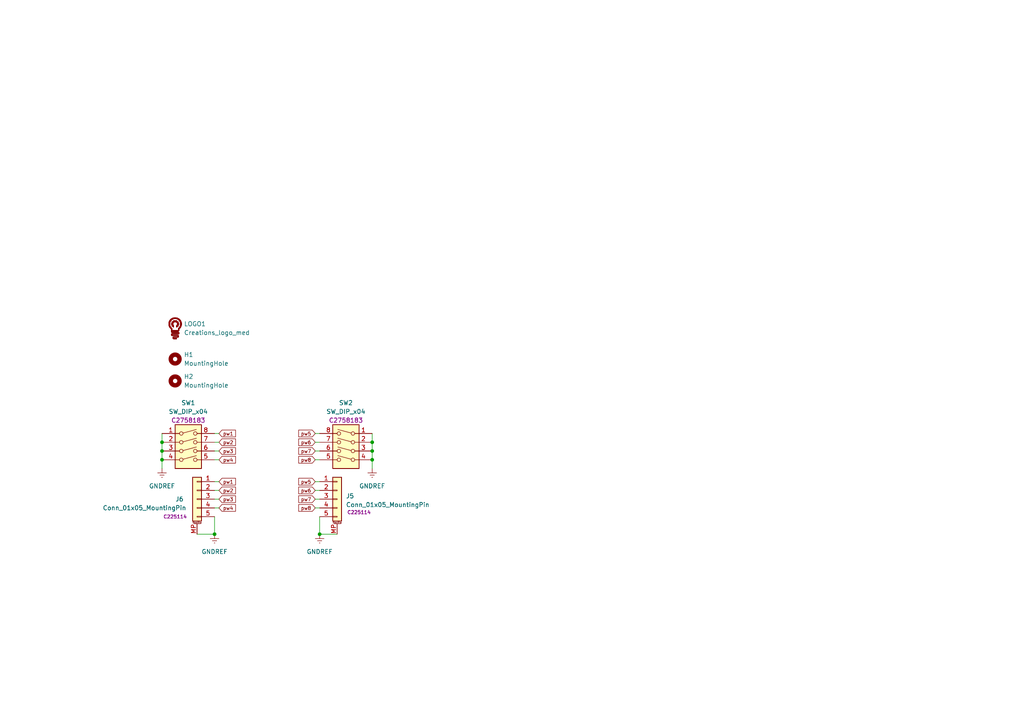
<source format=kicad_sch>
(kicad_sch (version 20211123) (generator eeschema)

  (uuid 9eb58f3d-9f83-4853-981a-7721913daf7f)

  (paper "A4")

  (lib_symbols
    (symbol "Austins creations:4P_DIP" (in_bom yes) (on_board yes)
      (property "Reference" "SW" (id 0) (at 0 12.7 0)
        (effects (font (size 1.27 1.27)))
      )
      (property "Value" "4P_DIP" (id 1) (at 0 10.16 0)
        (effects (font (size 1.27 1.27)))
      )
      (property "Footprint" "Austins creations:4P_DIP" (id 2) (at 0 -7.62 0)
        (effects (font (size 1.27 1.27)) hide)
      )
      (property "Datasheet" "" (id 3) (at -15.24 8.89 0)
        (effects (font (size 1.27 1.27)) hide)
      )
      (property "part #" "C2758183" (id 4) (at 0 7.62 0)
        (effects (font (size 1.27 1.27)))
      )
      (symbol "4P_DIP_0_0"
        (circle (center -2.032 -3.81) (radius 0.508)
          (stroke (width 0) (type default) (color 0 0 0 0))
          (fill (type none))
        )
        (circle (center -2.032 -1.27) (radius 0.508)
          (stroke (width 0) (type default) (color 0 0 0 0))
          (fill (type none))
        )
        (circle (center -2.032 1.27) (radius 0.508)
          (stroke (width 0) (type default) (color 0 0 0 0))
          (fill (type none))
        )
        (circle (center -2.032 3.81) (radius 0.508)
          (stroke (width 0) (type default) (color 0 0 0 0))
          (fill (type none))
        )
        (polyline
          (pts
            (xy -1.524 -3.6576)
            (xy 2.3622 -2.6162)
          )
          (stroke (width 0) (type default) (color 0 0 0 0))
          (fill (type none))
        )
        (polyline
          (pts
            (xy -1.524 -1.143)
            (xy 2.3622 -0.1016)
          )
          (stroke (width 0) (type default) (color 0 0 0 0))
          (fill (type none))
        )
        (polyline
          (pts
            (xy -1.524 1.397)
            (xy 2.3622 2.4384)
          )
          (stroke (width 0) (type default) (color 0 0 0 0))
          (fill (type none))
        )
        (polyline
          (pts
            (xy -1.524 3.937)
            (xy 2.3622 4.9784)
          )
          (stroke (width 0) (type default) (color 0 0 0 0))
          (fill (type none))
        )
        (circle (center 2.032 -3.81) (radius 0.508)
          (stroke (width 0) (type default) (color 0 0 0 0))
          (fill (type none))
        )
        (circle (center 2.032 -1.27) (radius 0.508)
          (stroke (width 0) (type default) (color 0 0 0 0))
          (fill (type none))
        )
        (circle (center 2.032 1.27) (radius 0.508)
          (stroke (width 0) (type default) (color 0 0 0 0))
          (fill (type none))
        )
        (circle (center 2.032 3.81) (radius 0.508)
          (stroke (width 0) (type default) (color 0 0 0 0))
          (fill (type none))
        )
      )
      (symbol "4P_DIP_0_1"
        (rectangle (start -3.81 6.35) (end 3.81 -6.35)
          (stroke (width 0.254) (type default) (color 0 0 0 0))
          (fill (type background))
        )
      )
      (symbol "4P_DIP_1_1"
        (pin passive line (at -7.62 3.81 0) (length 5.08)
          (name "~" (effects (font (size 1.27 1.27))))
          (number "1" (effects (font (size 1.27 1.27))))
        )
        (pin passive line (at -7.62 1.27 0) (length 5.08)
          (name "~" (effects (font (size 1.27 1.27))))
          (number "2" (effects (font (size 1.27 1.27))))
        )
        (pin passive line (at -7.62 -1.27 0) (length 5.08)
          (name "~" (effects (font (size 1.27 1.27))))
          (number "3" (effects (font (size 1.27 1.27))))
        )
        (pin passive line (at -7.62 -3.81 0) (length 5.08)
          (name "~" (effects (font (size 1.27 1.27))))
          (number "4" (effects (font (size 1.27 1.27))))
        )
        (pin passive line (at 7.62 -3.81 180) (length 5.08)
          (name "~" (effects (font (size 1.27 1.27))))
          (number "5" (effects (font (size 1.27 1.27))))
        )
        (pin passive line (at 7.62 -1.27 180) (length 5.08)
          (name "~" (effects (font (size 1.27 1.27))))
          (number "6" (effects (font (size 1.27 1.27))))
        )
        (pin passive line (at 7.62 1.27 180) (length 5.08)
          (name "~" (effects (font (size 1.27 1.27))))
          (number "7" (effects (font (size 1.27 1.27))))
        )
        (pin passive line (at 7.62 3.81 180) (length 5.08)
          (name "~" (effects (font (size 1.27 1.27))))
          (number "8" (effects (font (size 1.27 1.27))))
        )
      )
    )
    (symbol "Connector_Generic_MountingPin:Conn_01x05_MountingPin" (pin_names (offset 1.016) hide) (in_bom yes) (on_board yes)
      (property "Reference" "J" (id 0) (at 0 7.62 0)
        (effects (font (size 1.27 1.27)))
      )
      (property "Value" "Conn_01x05_MountingPin" (id 1) (at 1.27 -7.62 0)
        (effects (font (size 1.27 1.27)) (justify left))
      )
      (property "Footprint" "" (id 2) (at 0 0 0)
        (effects (font (size 1.27 1.27)) hide)
      )
      (property "Datasheet" "~" (id 3) (at 0 0 0)
        (effects (font (size 1.27 1.27)) hide)
      )
      (property "ki_keywords" "connector" (id 4) (at 0 0 0)
        (effects (font (size 1.27 1.27)) hide)
      )
      (property "ki_description" "Generic connectable mounting pin connector, single row, 01x05, script generated (kicad-library-utils/schlib/autogen/connector/)" (id 5) (at 0 0 0)
        (effects (font (size 1.27 1.27)) hide)
      )
      (property "ki_fp_filters" "Connector*:*_1x??-1MP*" (id 6) (at 0 0 0)
        (effects (font (size 1.27 1.27)) hide)
      )
      (symbol "Conn_01x05_MountingPin_1_1"
        (rectangle (start -1.27 -4.953) (end 0 -5.207)
          (stroke (width 0.1524) (type default) (color 0 0 0 0))
          (fill (type none))
        )
        (rectangle (start -1.27 -2.413) (end 0 -2.667)
          (stroke (width 0.1524) (type default) (color 0 0 0 0))
          (fill (type none))
        )
        (rectangle (start -1.27 0.127) (end 0 -0.127)
          (stroke (width 0.1524) (type default) (color 0 0 0 0))
          (fill (type none))
        )
        (rectangle (start -1.27 2.667) (end 0 2.413)
          (stroke (width 0.1524) (type default) (color 0 0 0 0))
          (fill (type none))
        )
        (rectangle (start -1.27 5.207) (end 0 4.953)
          (stroke (width 0.1524) (type default) (color 0 0 0 0))
          (fill (type none))
        )
        (rectangle (start -1.27 6.35) (end 1.27 -6.35)
          (stroke (width 0.254) (type default) (color 0 0 0 0))
          (fill (type background))
        )
        (polyline
          (pts
            (xy -1.016 -7.112)
            (xy 1.016 -7.112)
          )
          (stroke (width 0.1524) (type default) (color 0 0 0 0))
          (fill (type none))
        )
        (text "Mounting" (at 0 -6.731 0)
          (effects (font (size 0.381 0.381)))
        )
        (pin passive line (at -5.08 5.08 0) (length 3.81)
          (name "Pin_1" (effects (font (size 1.27 1.27))))
          (number "1" (effects (font (size 1.27 1.27))))
        )
        (pin passive line (at -5.08 2.54 0) (length 3.81)
          (name "Pin_2" (effects (font (size 1.27 1.27))))
          (number "2" (effects (font (size 1.27 1.27))))
        )
        (pin passive line (at -5.08 0 0) (length 3.81)
          (name "Pin_3" (effects (font (size 1.27 1.27))))
          (number "3" (effects (font (size 1.27 1.27))))
        )
        (pin passive line (at -5.08 -2.54 0) (length 3.81)
          (name "Pin_4" (effects (font (size 1.27 1.27))))
          (number "4" (effects (font (size 1.27 1.27))))
        )
        (pin passive line (at -5.08 -5.08 0) (length 3.81)
          (name "Pin_5" (effects (font (size 1.27 1.27))))
          (number "5" (effects (font (size 1.27 1.27))))
        )
        (pin passive line (at 0 -10.16 90) (length 3.048)
          (name "MountPin" (effects (font (size 1.27 1.27))))
          (number "MP" (effects (font (size 1.27 1.27))))
        )
      )
    )
    (symbol "Mechanical:MountingHole" (pin_names (offset 1.016)) (in_bom yes) (on_board yes)
      (property "Reference" "H" (id 0) (at 0 5.08 0)
        (effects (font (size 1.27 1.27)))
      )
      (property "Value" "MountingHole" (id 1) (at 0 3.175 0)
        (effects (font (size 1.27 1.27)))
      )
      (property "Footprint" "" (id 2) (at 0 0 0)
        (effects (font (size 1.27 1.27)) hide)
      )
      (property "Datasheet" "~" (id 3) (at 0 0 0)
        (effects (font (size 1.27 1.27)) hide)
      )
      (property "ki_keywords" "mounting hole" (id 4) (at 0 0 0)
        (effects (font (size 1.27 1.27)) hide)
      )
      (property "ki_description" "Mounting Hole without connection" (id 5) (at 0 0 0)
        (effects (font (size 1.27 1.27)) hide)
      )
      (property "ki_fp_filters" "MountingHole*" (id 6) (at 0 0 0)
        (effects (font (size 1.27 1.27)) hide)
      )
      (symbol "MountingHole_0_1"
        (circle (center 0 0) (radius 1.27)
          (stroke (width 1.27) (type default) (color 0 0 0 0))
          (fill (type none))
        )
      )
    )
    (symbol "logos:Creations_logo_med" (in_bom yes) (on_board yes)
      (property "Reference" "LOGO" (id 0) (at 0 6.35 0)
        (effects (font (size 1.27 1.27)))
      )
      (property "Value" "Creations_logo_med" (id 1) (at 0 3.81 0)
        (effects (font (size 1.27 1.27)))
      )
      (property "Footprint" "logos:Creations logo med" (id 2) (at 0 8.89 0)
        (effects (font (size 1.27 1.27)) hide)
      )
      (property "Datasheet" "" (id 3) (at 0 10.16 0)
        (effects (font (size 1.27 1.27)) hide)
      )
      (symbol "Creations_logo_med_1_0"
        (rectangle (start -1.8415 -0.254) (end -1.5367 -0.2286)
          (stroke (width 0) (type default) (color 0 0 0 0))
          (fill (type outline))
        )
        (rectangle (start -1.8415 -0.2286) (end -1.5367 -0.2032)
          (stroke (width 0) (type default) (color 0 0 0 0))
          (fill (type outline))
        )
        (rectangle (start -1.8415 -0.2032) (end -1.5367 -0.1778)
          (stroke (width 0) (type default) (color 0 0 0 0))
          (fill (type outline))
        )
        (rectangle (start -1.8415 -0.1778) (end -1.5367 -0.1524)
          (stroke (width 0) (type default) (color 0 0 0 0))
          (fill (type outline))
        )
        (rectangle (start -1.8415 -0.1524) (end -1.5367 -0.127)
          (stroke (width 0) (type default) (color 0 0 0 0))
          (fill (type outline))
        )
        (rectangle (start -1.8415 -0.127) (end -1.5367 -0.1016)
          (stroke (width 0) (type default) (color 0 0 0 0))
          (fill (type outline))
        )
        (rectangle (start -1.8415 -0.1016) (end -1.5367 -0.0762)
          (stroke (width 0) (type default) (color 0 0 0 0))
          (fill (type outline))
        )
        (rectangle (start -1.8415 -0.0762) (end -1.5367 -0.0508)
          (stroke (width 0) (type default) (color 0 0 0 0))
          (fill (type outline))
        )
        (rectangle (start -1.8415 -0.0508) (end -1.5367 -0.0254)
          (stroke (width 0) (type default) (color 0 0 0 0))
          (fill (type outline))
        )
        (rectangle (start -1.8415 -0.0254) (end -1.5367 0)
          (stroke (width 0) (type default) (color 0 0 0 0))
          (fill (type outline))
        )
        (rectangle (start -1.8415 0) (end -1.5367 0.0254)
          (stroke (width 0) (type default) (color 0 0 0 0))
          (fill (type outline))
        )
        (rectangle (start -1.8415 0.0254) (end -1.5367 0.0508)
          (stroke (width 0) (type default) (color 0 0 0 0))
          (fill (type outline))
        )
        (rectangle (start -1.8415 0.0508) (end -1.5367 0.0762)
          (stroke (width 0) (type default) (color 0 0 0 0))
          (fill (type outline))
        )
        (rectangle (start -1.8415 0.0762) (end -1.5367 0.1016)
          (stroke (width 0) (type default) (color 0 0 0 0))
          (fill (type outline))
        )
        (rectangle (start -1.8415 0.1016) (end -1.5367 0.127)
          (stroke (width 0) (type default) (color 0 0 0 0))
          (fill (type outline))
        )
        (rectangle (start -1.8415 0.127) (end -1.5367 0.1524)
          (stroke (width 0) (type default) (color 0 0 0 0))
          (fill (type outline))
        )
        (rectangle (start -1.8415 0.1524) (end -1.5367 0.1778)
          (stroke (width 0) (type default) (color 0 0 0 0))
          (fill (type outline))
        )
        (rectangle (start -1.8415 0.1778) (end -1.5367 0.2032)
          (stroke (width 0) (type default) (color 0 0 0 0))
          (fill (type outline))
        )
        (rectangle (start -1.8415 0.2032) (end -1.5367 0.2286)
          (stroke (width 0) (type default) (color 0 0 0 0))
          (fill (type outline))
        )
        (rectangle (start -1.8415 0.2286) (end -1.5367 0.254)
          (stroke (width 0) (type default) (color 0 0 0 0))
          (fill (type outline))
        )
        (rectangle (start -1.8415 0.254) (end -1.5113 0.2794)
          (stroke (width 0) (type default) (color 0 0 0 0))
          (fill (type outline))
        )
        (rectangle (start -1.8415 0.2794) (end -1.5113 0.3048)
          (stroke (width 0) (type default) (color 0 0 0 0))
          (fill (type outline))
        )
        (rectangle (start -1.8161 -0.4064) (end -1.5113 -0.381)
          (stroke (width 0) (type default) (color 0 0 0 0))
          (fill (type outline))
        )
        (rectangle (start -1.8161 -0.381) (end -1.5113 -0.3556)
          (stroke (width 0) (type default) (color 0 0 0 0))
          (fill (type outline))
        )
        (rectangle (start -1.8161 -0.3556) (end -1.5113 -0.3302)
          (stroke (width 0) (type default) (color 0 0 0 0))
          (fill (type outline))
        )
        (rectangle (start -1.8161 -0.3302) (end -1.5113 -0.3048)
          (stroke (width 0) (type default) (color 0 0 0 0))
          (fill (type outline))
        )
        (rectangle (start -1.8161 -0.3048) (end -1.5367 -0.2794)
          (stroke (width 0) (type default) (color 0 0 0 0))
          (fill (type outline))
        )
        (rectangle (start -1.8161 -0.2794) (end -1.5367 -0.254)
          (stroke (width 0) (type default) (color 0 0 0 0))
          (fill (type outline))
        )
        (rectangle (start -1.8161 0.3048) (end -1.5113 0.3302)
          (stroke (width 0) (type default) (color 0 0 0 0))
          (fill (type outline))
        )
        (rectangle (start -1.8161 0.3302) (end -1.5113 0.3556)
          (stroke (width 0) (type default) (color 0 0 0 0))
          (fill (type outline))
        )
        (rectangle (start -1.8161 0.3556) (end -1.5113 0.381)
          (stroke (width 0) (type default) (color 0 0 0 0))
          (fill (type outline))
        )
        (rectangle (start -1.8161 0.381) (end -1.4859 0.4064)
          (stroke (width 0) (type default) (color 0 0 0 0))
          (fill (type outline))
        )
        (rectangle (start -1.8161 0.4064) (end -1.4859 0.4318)
          (stroke (width 0) (type default) (color 0 0 0 0))
          (fill (type outline))
        )
        (rectangle (start -1.7907 -0.4826) (end -1.4859 -0.4572)
          (stroke (width 0) (type default) (color 0 0 0 0))
          (fill (type outline))
        )
        (rectangle (start -1.7907 -0.4572) (end -1.4859 -0.4318)
          (stroke (width 0) (type default) (color 0 0 0 0))
          (fill (type outline))
        )
        (rectangle (start -1.7907 -0.4318) (end -1.4859 -0.4064)
          (stroke (width 0) (type default) (color 0 0 0 0))
          (fill (type outline))
        )
        (rectangle (start -1.7907 0.4318) (end -1.4859 0.4572)
          (stroke (width 0) (type default) (color 0 0 0 0))
          (fill (type outline))
        )
        (rectangle (start -1.7907 0.4572) (end -1.4859 0.4826)
          (stroke (width 0) (type default) (color 0 0 0 0))
          (fill (type outline))
        )
        (rectangle (start -1.7907 0.4826) (end -1.4605 0.508)
          (stroke (width 0) (type default) (color 0 0 0 0))
          (fill (type outline))
        )
        (rectangle (start -1.7907 0.508) (end -1.4605 0.5334)
          (stroke (width 0) (type default) (color 0 0 0 0))
          (fill (type outline))
        )
        (rectangle (start -1.7653 -0.5588) (end -1.4605 -0.5334)
          (stroke (width 0) (type default) (color 0 0 0 0))
          (fill (type outline))
        )
        (rectangle (start -1.7653 -0.5334) (end -1.4605 -0.508)
          (stroke (width 0) (type default) (color 0 0 0 0))
          (fill (type outline))
        )
        (rectangle (start -1.7653 -0.508) (end -1.4859 -0.4826)
          (stroke (width 0) (type default) (color 0 0 0 0))
          (fill (type outline))
        )
        (rectangle (start -1.7653 0.5334) (end -1.4351 0.5588)
          (stroke (width 0) (type default) (color 0 0 0 0))
          (fill (type outline))
        )
        (rectangle (start -1.7653 0.5588) (end -1.4351 0.5842)
          (stroke (width 0) (type default) (color 0 0 0 0))
          (fill (type outline))
        )
        (rectangle (start -1.7653 0.5842) (end -1.4351 0.6096)
          (stroke (width 0) (type default) (color 0 0 0 0))
          (fill (type outline))
        )
        (rectangle (start -1.7399 -0.635) (end -1.4351 -0.6096)
          (stroke (width 0) (type default) (color 0 0 0 0))
          (fill (type outline))
        )
        (rectangle (start -1.7399 -0.6096) (end -1.4351 -0.5842)
          (stroke (width 0) (type default) (color 0 0 0 0))
          (fill (type outline))
        )
        (rectangle (start -1.7399 -0.5842) (end -1.4351 -0.5588)
          (stroke (width 0) (type default) (color 0 0 0 0))
          (fill (type outline))
        )
        (rectangle (start -1.7399 0.6096) (end -1.4097 0.635)
          (stroke (width 0) (type default) (color 0 0 0 0))
          (fill (type outline))
        )
        (rectangle (start -1.7399 0.635) (end -1.4097 0.6604)
          (stroke (width 0) (type default) (color 0 0 0 0))
          (fill (type outline))
        )
        (rectangle (start -1.7399 0.6604) (end -1.3843 0.6858)
          (stroke (width 0) (type default) (color 0 0 0 0))
          (fill (type outline))
        )
        (rectangle (start -1.7145 -0.7112) (end -1.3843 -0.6858)
          (stroke (width 0) (type default) (color 0 0 0 0))
          (fill (type outline))
        )
        (rectangle (start -1.7145 -0.6858) (end -1.4097 -0.6604)
          (stroke (width 0) (type default) (color 0 0 0 0))
          (fill (type outline))
        )
        (rectangle (start -1.7145 -0.6604) (end -1.4097 -0.635)
          (stroke (width 0) (type default) (color 0 0 0 0))
          (fill (type outline))
        )
        (rectangle (start -1.7145 0.6858) (end -1.3843 0.7112)
          (stroke (width 0) (type default) (color 0 0 0 0))
          (fill (type outline))
        )
        (rectangle (start -1.7145 0.7112) (end -1.3589 0.7366)
          (stroke (width 0) (type default) (color 0 0 0 0))
          (fill (type outline))
        )
        (rectangle (start -1.7145 0.7366) (end -1.3589 0.762)
          (stroke (width 0) (type default) (color 0 0 0 0))
          (fill (type outline))
        )
        (rectangle (start -1.6891 -0.762) (end -1.3589 -0.7366)
          (stroke (width 0) (type default) (color 0 0 0 0))
          (fill (type outline))
        )
        (rectangle (start -1.6891 -0.7366) (end -1.3843 -0.7112)
          (stroke (width 0) (type default) (color 0 0 0 0))
          (fill (type outline))
        )
        (rectangle (start -1.6891 0.762) (end -1.3335 0.7874)
          (stroke (width 0) (type default) (color 0 0 0 0))
          (fill (type outline))
        )
        (rectangle (start -1.6891 0.7874) (end -1.3335 0.8128)
          (stroke (width 0) (type default) (color 0 0 0 0))
          (fill (type outline))
        )
        (rectangle (start -1.6637 -0.8128) (end -1.3335 -0.7874)
          (stroke (width 0) (type default) (color 0 0 0 0))
          (fill (type outline))
        )
        (rectangle (start -1.6637 -0.7874) (end -1.3589 -0.762)
          (stroke (width 0) (type default) (color 0 0 0 0))
          (fill (type outline))
        )
        (rectangle (start -1.6637 0.8128) (end -1.3081 0.8382)
          (stroke (width 0) (type default) (color 0 0 0 0))
          (fill (type outline))
        )
        (rectangle (start -1.6637 0.8382) (end -1.2827 0.8636)
          (stroke (width 0) (type default) (color 0 0 0 0))
          (fill (type outline))
        )
        (rectangle (start -1.6383 -0.8636) (end -1.3081 -0.8382)
          (stroke (width 0) (type default) (color 0 0 0 0))
          (fill (type outline))
        )
        (rectangle (start -1.6383 -0.8382) (end -1.3335 -0.8128)
          (stroke (width 0) (type default) (color 0 0 0 0))
          (fill (type outline))
        )
        (rectangle (start -1.6383 0.8636) (end -1.2827 0.889)
          (stroke (width 0) (type default) (color 0 0 0 0))
          (fill (type outline))
        )
        (rectangle (start -1.6383 0.889) (end -1.2573 0.9144)
          (stroke (width 0) (type default) (color 0 0 0 0))
          (fill (type outline))
        )
        (rectangle (start -1.6129 -0.9144) (end -1.2827 -0.889)
          (stroke (width 0) (type default) (color 0 0 0 0))
          (fill (type outline))
        )
        (rectangle (start -1.6129 -0.889) (end -1.2827 -0.8636)
          (stroke (width 0) (type default) (color 0 0 0 0))
          (fill (type outline))
        )
        (rectangle (start -1.6129 0.9144) (end -1.2319 0.9398)
          (stroke (width 0) (type default) (color 0 0 0 0))
          (fill (type outline))
        )
        (rectangle (start -1.5875 -0.9398) (end -1.2573 -0.9144)
          (stroke (width 0) (type default) (color 0 0 0 0))
          (fill (type outline))
        )
        (rectangle (start -1.5875 0.9398) (end -1.2319 0.9652)
          (stroke (width 0) (type default) (color 0 0 0 0))
          (fill (type outline))
        )
        (rectangle (start -1.5875 0.9652) (end -1.1811 0.9906)
          (stroke (width 0) (type default) (color 0 0 0 0))
          (fill (type outline))
        )
        (rectangle (start -1.5621 -0.9906) (end -1.2319 -0.9652)
          (stroke (width 0) (type default) (color 0 0 0 0))
          (fill (type outline))
        )
        (rectangle (start -1.5621 -0.9652) (end -1.2319 -0.9398)
          (stroke (width 0) (type default) (color 0 0 0 0))
          (fill (type outline))
        )
        (rectangle (start -1.5621 0.9906) (end -1.1811 1.016)
          (stroke (width 0) (type default) (color 0 0 0 0))
          (fill (type outline))
        )
        (rectangle (start -1.5621 1.016) (end -1.1557 1.0414)
          (stroke (width 0) (type default) (color 0 0 0 0))
          (fill (type outline))
        )
        (rectangle (start -1.5367 -1.016) (end -1.2065 -0.9906)
          (stroke (width 0) (type default) (color 0 0 0 0))
          (fill (type outline))
        )
        (rectangle (start -1.5367 1.0414) (end -1.1303 1.0668)
          (stroke (width 0) (type default) (color 0 0 0 0))
          (fill (type outline))
        )
        (rectangle (start -1.5113 -1.0668) (end -1.1557 -1.0414)
          (stroke (width 0) (type default) (color 0 0 0 0))
          (fill (type outline))
        )
        (rectangle (start -1.5113 -1.0414) (end -1.1811 -1.016)
          (stroke (width 0) (type default) (color 0 0 0 0))
          (fill (type outline))
        )
        (rectangle (start -1.5113 1.0668) (end -1.1049 1.0922)
          (stroke (width 0) (type default) (color 0 0 0 0))
          (fill (type outline))
        )
        (rectangle (start -1.4859 -1.0922) (end -1.1303 -1.0668)
          (stroke (width 0) (type default) (color 0 0 0 0))
          (fill (type outline))
        )
        (rectangle (start -1.4859 1.0922) (end -1.0795 1.1176)
          (stroke (width 0) (type default) (color 0 0 0 0))
          (fill (type outline))
        )
        (rectangle (start -1.4859 1.1176) (end -1.0541 1.143)
          (stroke (width 0) (type default) (color 0 0 0 0))
          (fill (type outline))
        )
        (rectangle (start -1.4605 -1.1176) (end -1.1049 -1.0922)
          (stroke (width 0) (type default) (color 0 0 0 0))
          (fill (type outline))
        )
        (rectangle (start -1.4605 1.143) (end -1.0033 1.1684)
          (stroke (width 0) (type default) (color 0 0 0 0))
          (fill (type outline))
        )
        (rectangle (start -1.4605 1.1684) (end -1.0033 1.1938)
          (stroke (width 0) (type default) (color 0 0 0 0))
          (fill (type outline))
        )
        (rectangle (start -1.4351 -1.1684) (end -1.0541 -1.143)
          (stroke (width 0) (type default) (color 0 0 0 0))
          (fill (type outline))
        )
        (rectangle (start -1.4351 -1.143) (end -1.0795 -1.1176)
          (stroke (width 0) (type default) (color 0 0 0 0))
          (fill (type outline))
        )
        (rectangle (start -1.4097 -1.1938) (end -1.0287 -1.1684)
          (stroke (width 0) (type default) (color 0 0 0 0))
          (fill (type outline))
        )
        (rectangle (start -1.4097 1.1938) (end -0.9779 1.2192)
          (stroke (width 0) (type default) (color 0 0 0 0))
          (fill (type outline))
        )
        (rectangle (start -1.4097 1.2192) (end -0.9525 1.2446)
          (stroke (width 0) (type default) (color 0 0 0 0))
          (fill (type outline))
        )
        (rectangle (start -1.3843 -1.2192) (end -1.0033 -1.1938)
          (stroke (width 0) (type default) (color 0 0 0 0))
          (fill (type outline))
        )
        (rectangle (start -1.3843 1.2446) (end -0.9017 1.27)
          (stroke (width 0) (type default) (color 0 0 0 0))
          (fill (type outline))
        )
        (rectangle (start -1.3589 -1.2446) (end -0.9779 -1.2192)
          (stroke (width 0) (type default) (color 0 0 0 0))
          (fill (type outline))
        )
        (rectangle (start -1.3589 1.27) (end -0.8763 1.2954)
          (stroke (width 0) (type default) (color 0 0 0 0))
          (fill (type outline))
        )
        (rectangle (start -1.3335 -1.27) (end -0.9525 -1.2446)
          (stroke (width 0) (type default) (color 0 0 0 0))
          (fill (type outline))
        )
        (rectangle (start -1.3335 1.2954) (end -0.8509 1.3208)
          (stroke (width 0) (type default) (color 0 0 0 0))
          (fill (type outline))
        )
        (rectangle (start -1.3081 -1.2954) (end -0.9271 -1.27)
          (stroke (width 0) (type default) (color 0 0 0 0))
          (fill (type outline))
        )
        (rectangle (start -1.3081 1.3208) (end -0.7747 1.3462)
          (stroke (width 0) (type default) (color 0 0 0 0))
          (fill (type outline))
        )
        (rectangle (start -1.2827 -1.3208) (end -0.9017 -1.2954)
          (stroke (width 0) (type default) (color 0 0 0 0))
          (fill (type outline))
        )
        (rectangle (start -1.2827 1.3462) (end -0.7493 1.3716)
          (stroke (width 0) (type default) (color 0 0 0 0))
          (fill (type outline))
        )
        (rectangle (start -1.2573 -1.3462) (end -0.9017 -1.3208)
          (stroke (width 0) (type default) (color 0 0 0 0))
          (fill (type outline))
        )
        (rectangle (start -1.2573 1.3716) (end -0.7239 1.397)
          (stroke (width 0) (type default) (color 0 0 0 0))
          (fill (type outline))
        )
        (rectangle (start -1.2319 -1.3716) (end -0.9017 -1.3462)
          (stroke (width 0) (type default) (color 0 0 0 0))
          (fill (type outline))
        )
        (rectangle (start -1.2065 -1.397) (end -0.9017 -1.3716)
          (stroke (width 0) (type default) (color 0 0 0 0))
          (fill (type outline))
        )
        (rectangle (start -1.2065 1.397) (end -0.6731 1.4224)
          (stroke (width 0) (type default) (color 0 0 0 0))
          (fill (type outline))
        )
        (rectangle (start -1.1811 -1.4224) (end -0.9017 -1.397)
          (stroke (width 0) (type default) (color 0 0 0 0))
          (fill (type outline))
        )
        (rectangle (start -1.1811 1.4224) (end -0.5969 1.4478)
          (stroke (width 0) (type default) (color 0 0 0 0))
          (fill (type outline))
        )
        (rectangle (start -1.1557 -1.4478) (end -0.9017 -1.4224)
          (stroke (width 0) (type default) (color 0 0 0 0))
          (fill (type outline))
        )
        (rectangle (start -1.1557 1.4478) (end -0.5461 1.4732)
          (stroke (width 0) (type default) (color 0 0 0 0))
          (fill (type outline))
        )
        (rectangle (start -1.1303 -3.2004) (end -0.8509 -3.175)
          (stroke (width 0) (type default) (color 0 0 0 0))
          (fill (type outline))
        )
        (rectangle (start -1.1303 -3.175) (end -0.8763 -3.1496)
          (stroke (width 0) (type default) (color 0 0 0 0))
          (fill (type outline))
        )
        (rectangle (start -1.1303 -3.1496) (end -0.9017 -3.1242)
          (stroke (width 0) (type default) (color 0 0 0 0))
          (fill (type outline))
        )
        (rectangle (start -1.1303 -3.1242) (end -0.9017 -3.0988)
          (stroke (width 0) (type default) (color 0 0 0 0))
          (fill (type outline))
        )
        (rectangle (start -1.1303 -3.0988) (end -0.9017 -3.0734)
          (stroke (width 0) (type default) (color 0 0 0 0))
          (fill (type outline))
        )
        (rectangle (start -1.1303 -3.0734) (end -0.9017 -3.048)
          (stroke (width 0) (type default) (color 0 0 0 0))
          (fill (type outline))
        )
        (rectangle (start -1.1303 -3.048) (end -0.9017 -3.0226)
          (stroke (width 0) (type default) (color 0 0 0 0))
          (fill (type outline))
        )
        (rectangle (start -1.1303 -3.0226) (end -0.8763 -2.9972)
          (stroke (width 0) (type default) (color 0 0 0 0))
          (fill (type outline))
        )
        (rectangle (start -1.1303 -2.3368) (end 0.9525 -2.3114)
          (stroke (width 0) (type default) (color 0 0 0 0))
          (fill (type outline))
        )
        (rectangle (start -1.1303 -2.3114) (end 0.9017 -2.286)
          (stroke (width 0) (type default) (color 0 0 0 0))
          (fill (type outline))
        )
        (rectangle (start -1.1303 -2.286) (end -0.8255 -2.2606)
          (stroke (width 0) (type default) (color 0 0 0 0))
          (fill (type outline))
        )
        (rectangle (start -1.1303 -2.2606) (end -0.8509 -2.2352)
          (stroke (width 0) (type default) (color 0 0 0 0))
          (fill (type outline))
        )
        (rectangle (start -1.1303 -2.2352) (end -0.8763 -2.2098)
          (stroke (width 0) (type default) (color 0 0 0 0))
          (fill (type outline))
        )
        (rectangle (start -1.1303 -2.2098) (end -0.9017 -2.1844)
          (stroke (width 0) (type default) (color 0 0 0 0))
          (fill (type outline))
        )
        (rectangle (start -1.1303 -2.1844) (end -0.9017 -2.159)
          (stroke (width 0) (type default) (color 0 0 0 0))
          (fill (type outline))
        )
        (rectangle (start -1.1303 -2.159) (end -0.9017 -2.1336)
          (stroke (width 0) (type default) (color 0 0 0 0))
          (fill (type outline))
        )
        (rectangle (start -1.1303 -2.1336) (end -0.9017 -2.1082)
          (stroke (width 0) (type default) (color 0 0 0 0))
          (fill (type outline))
        )
        (rectangle (start -1.1303 -2.1082) (end -0.9017 -2.0828)
          (stroke (width 0) (type default) (color 0 0 0 0))
          (fill (type outline))
        )
        (rectangle (start -1.1303 -2.0828) (end -0.9017 -2.0574)
          (stroke (width 0) (type default) (color 0 0 0 0))
          (fill (type outline))
        )
        (rectangle (start -1.1303 -2.0574) (end -0.9017 -2.032)
          (stroke (width 0) (type default) (color 0 0 0 0))
          (fill (type outline))
        )
        (rectangle (start -1.1303 -2.032) (end -0.9017 -2.0066)
          (stroke (width 0) (type default) (color 0 0 0 0))
          (fill (type outline))
        )
        (rectangle (start -1.1303 -2.0066) (end -0.9017 -1.9812)
          (stroke (width 0) (type default) (color 0 0 0 0))
          (fill (type outline))
        )
        (rectangle (start -1.1303 -1.9812) (end -0.9017 -1.9558)
          (stroke (width 0) (type default) (color 0 0 0 0))
          (fill (type outline))
        )
        (rectangle (start -1.1303 -1.9558) (end -0.9017 -1.9304)
          (stroke (width 0) (type default) (color 0 0 0 0))
          (fill (type outline))
        )
        (rectangle (start -1.1303 -1.9304) (end -0.9017 -1.905)
          (stroke (width 0) (type default) (color 0 0 0 0))
          (fill (type outline))
        )
        (rectangle (start -1.1303 -1.905) (end -0.9017 -1.8796)
          (stroke (width 0) (type default) (color 0 0 0 0))
          (fill (type outline))
        )
        (rectangle (start -1.1303 -1.8796) (end -0.9017 -1.8542)
          (stroke (width 0) (type default) (color 0 0 0 0))
          (fill (type outline))
        )
        (rectangle (start -1.1303 -1.8542) (end -0.9017 -1.8288)
          (stroke (width 0) (type default) (color 0 0 0 0))
          (fill (type outline))
        )
        (rectangle (start -1.1303 -1.8288) (end -0.9017 -1.8034)
          (stroke (width 0) (type default) (color 0 0 0 0))
          (fill (type outline))
        )
        (rectangle (start -1.1303 -1.8034) (end -0.9017 -1.778)
          (stroke (width 0) (type default) (color 0 0 0 0))
          (fill (type outline))
        )
        (rectangle (start -1.1303 -1.778) (end -0.9017 -1.7526)
          (stroke (width 0) (type default) (color 0 0 0 0))
          (fill (type outline))
        )
        (rectangle (start -1.1303 -1.7526) (end -0.9017 -1.7272)
          (stroke (width 0) (type default) (color 0 0 0 0))
          (fill (type outline))
        )
        (rectangle (start -1.1303 -1.7272) (end -0.9017 -1.7018)
          (stroke (width 0) (type default) (color 0 0 0 0))
          (fill (type outline))
        )
        (rectangle (start -1.1303 -1.7018) (end -0.9017 -1.6764)
          (stroke (width 0) (type default) (color 0 0 0 0))
          (fill (type outline))
        )
        (rectangle (start -1.1303 -1.6764) (end -0.9017 -1.651)
          (stroke (width 0) (type default) (color 0 0 0 0))
          (fill (type outline))
        )
        (rectangle (start -1.1303 -1.651) (end -0.9017 -1.6256)
          (stroke (width 0) (type default) (color 0 0 0 0))
          (fill (type outline))
        )
        (rectangle (start -1.1303 -1.6256) (end -0.9017 -1.6002)
          (stroke (width 0) (type default) (color 0 0 0 0))
          (fill (type outline))
        )
        (rectangle (start -1.1303 -1.6002) (end -0.9017 -1.5748)
          (stroke (width 0) (type default) (color 0 0 0 0))
          (fill (type outline))
        )
        (rectangle (start -1.1303 -1.5748) (end -0.9017 -1.5494)
          (stroke (width 0) (type default) (color 0 0 0 0))
          (fill (type outline))
        )
        (rectangle (start -1.1303 -1.5494) (end -0.9017 -1.524)
          (stroke (width 0) (type default) (color 0 0 0 0))
          (fill (type outline))
        )
        (rectangle (start -1.1303 -1.524) (end -0.9017 -1.4986)
          (stroke (width 0) (type default) (color 0 0 0 0))
          (fill (type outline))
        )
        (rectangle (start -1.1303 -1.4986) (end -0.9017 -1.4732)
          (stroke (width 0) (type default) (color 0 0 0 0))
          (fill (type outline))
        )
        (rectangle (start -1.1303 -1.4732) (end -0.9017 -1.4478)
          (stroke (width 0) (type default) (color 0 0 0 0))
          (fill (type outline))
        )
        (rectangle (start -1.1303 1.4732) (end -0.4699 1.4986)
          (stroke (width 0) (type default) (color 0 0 0 0))
          (fill (type outline))
        )
        (rectangle (start -1.1049 -3.2766) (end 0.8763 -3.2512)
          (stroke (width 0) (type default) (color 0 0 0 0))
          (fill (type outline))
        )
        (rectangle (start -1.1049 -3.2512) (end 0.8509 -3.2258)
          (stroke (width 0) (type default) (color 0 0 0 0))
          (fill (type outline))
        )
        (rectangle (start -1.1049 -3.2258) (end 0.7493 -3.2004)
          (stroke (width 0) (type default) (color 0 0 0 0))
          (fill (type outline))
        )
        (rectangle (start -1.1049 -2.9972) (end -0.8509 -2.9718)
          (stroke (width 0) (type default) (color 0 0 0 0))
          (fill (type outline))
        )
        (rectangle (start -1.1049 -2.9718) (end 0.9525 -2.9464)
          (stroke (width 0) (type default) (color 0 0 0 0))
          (fill (type outline))
        )
        (rectangle (start -1.1049 -2.9464) (end 1.0033 -2.921)
          (stroke (width 0) (type default) (color 0 0 0 0))
          (fill (type outline))
        )
        (rectangle (start -1.1049 -2.3622) (end 1.0033 -2.3368)
          (stroke (width 0) (type default) (color 0 0 0 0))
          (fill (type outline))
        )
        (rectangle (start -1.0795 -3.3274) (end 0.9525 -3.302)
          (stroke (width 0) (type default) (color 0 0 0 0))
          (fill (type outline))
        )
        (rectangle (start -1.0795 -3.302) (end 0.9271 -3.2766)
          (stroke (width 0) (type default) (color 0 0 0 0))
          (fill (type outline))
        )
        (rectangle (start -1.0795 -2.921) (end 1.0287 -2.8956)
          (stroke (width 0) (type default) (color 0 0 0 0))
          (fill (type outline))
        )
        (rectangle (start -1.0795 -2.3876) (end 1.0287 -2.3622)
          (stroke (width 0) (type default) (color 0 0 0 0))
          (fill (type outline))
        )
        (rectangle (start -1.0795 -0.127) (end -0.6223 -0.1016)
          (stroke (width 0) (type default) (color 0 0 0 0))
          (fill (type outline))
        )
        (rectangle (start -1.0795 -0.1016) (end -0.6477 -0.0762)
          (stroke (width 0) (type default) (color 0 0 0 0))
          (fill (type outline))
        )
        (rectangle (start -1.0795 -0.0762) (end -0.6477 -0.0508)
          (stroke (width 0) (type default) (color 0 0 0 0))
          (fill (type outline))
        )
        (rectangle (start -1.0795 -0.0508) (end -0.6477 -0.0254)
          (stroke (width 0) (type default) (color 0 0 0 0))
          (fill (type outline))
        )
        (rectangle (start -1.0795 -0.0254) (end -0.6477 0)
          (stroke (width 0) (type default) (color 0 0 0 0))
          (fill (type outline))
        )
        (rectangle (start -1.0795 0) (end -0.6477 0.0254)
          (stroke (width 0) (type default) (color 0 0 0 0))
          (fill (type outline))
        )
        (rectangle (start -1.0795 0.0254) (end -0.6477 0.0508)
          (stroke (width 0) (type default) (color 0 0 0 0))
          (fill (type outline))
        )
        (rectangle (start -1.0795 0.0508) (end -0.6477 0.0762)
          (stroke (width 0) (type default) (color 0 0 0 0))
          (fill (type outline))
        )
        (rectangle (start -1.0795 0.0762) (end -0.6477 0.1016)
          (stroke (width 0) (type default) (color 0 0 0 0))
          (fill (type outline))
        )
        (rectangle (start -1.0795 0.1016) (end -0.6477 0.127)
          (stroke (width 0) (type default) (color 0 0 0 0))
          (fill (type outline))
        )
        (rectangle (start -1.0795 1.4986) (end -0.3937 1.524)
          (stroke (width 0) (type default) (color 0 0 0 0))
          (fill (type outline))
        )
        (rectangle (start -1.0541 -2.8956) (end 1.0541 -2.8702)
          (stroke (width 0) (type default) (color 0 0 0 0))
          (fill (type outline))
        )
        (rectangle (start -1.0541 -2.413) (end 1.0541 -2.3876)
          (stroke (width 0) (type default) (color 0 0 0 0))
          (fill (type outline))
        )
        (rectangle (start -1.0541 -0.1524) (end -0.6223 -0.127)
          (stroke (width 0) (type default) (color 0 0 0 0))
          (fill (type outline))
        )
        (rectangle (start -1.0541 0.127) (end -0.6223 0.1524)
          (stroke (width 0) (type default) (color 0 0 0 0))
          (fill (type outline))
        )
        (rectangle (start -1.0541 1.524) (end -0.2667 1.5494)
          (stroke (width 0) (type default) (color 0 0 0 0))
          (fill (type outline))
        )
        (rectangle (start -1.0287 -3.3528) (end 0.9525 -3.3274)
          (stroke (width 0) (type default) (color 0 0 0 0))
          (fill (type outline))
        )
        (rectangle (start -1.0287 -2.8702) (end 1.0795 -2.8448)
          (stroke (width 0) (type default) (color 0 0 0 0))
          (fill (type outline))
        )
        (rectangle (start -1.0287 -2.8448) (end 1.1049 -2.8194)
          (stroke (width 0) (type default) (color 0 0 0 0))
          (fill (type outline))
        )
        (rectangle (start -1.0287 -2.4384) (end 1.0795 -2.413)
          (stroke (width 0) (type default) (color 0 0 0 0))
          (fill (type outline))
        )
        (rectangle (start -1.0287 1.5494) (end 1.0287 1.5748)
          (stroke (width 0) (type default) (color 0 0 0 0))
          (fill (type outline))
        )
        (rectangle (start -1.0033 -3.3782) (end 0.9779 -3.3528)
          (stroke (width 0) (type default) (color 0 0 0 0))
          (fill (type outline))
        )
        (rectangle (start -1.0033 -2.4638) (end 1.1049 -2.4384)
          (stroke (width 0) (type default) (color 0 0 0 0))
          (fill (type outline))
        )
        (rectangle (start -1.0033 0.1524) (end -0.6223 0.1778)
          (stroke (width 0) (type default) (color 0 0 0 0))
          (fill (type outline))
        )
        (rectangle (start -0.9779 -3.4036) (end 1.0033 -3.3782)
          (stroke (width 0) (type default) (color 0 0 0 0))
          (fill (type outline))
        )
        (rectangle (start -0.9779 -2.8194) (end 1.1049 -2.794)
          (stroke (width 0) (type default) (color 0 0 0 0))
          (fill (type outline))
        )
        (rectangle (start -0.9779 -2.4892) (end 1.1049 -2.4638)
          (stroke (width 0) (type default) (color 0 0 0 0))
          (fill (type outline))
        )
        (rectangle (start -0.9779 -0.1778) (end -0.6223 -0.1524)
          (stroke (width 0) (type default) (color 0 0 0 0))
          (fill (type outline))
        )
        (rectangle (start -0.9779 1.5748) (end 0.9779 1.6002)
          (stroke (width 0) (type default) (color 0 0 0 0))
          (fill (type outline))
        )
        (rectangle (start -0.9525 -2.5146) (end 1.1303 -2.4892)
          (stroke (width 0) (type default) (color 0 0 0 0))
          (fill (type outline))
        )
        (rectangle (start -0.9525 -0.5334) (end -0.4191 -0.508)
          (stroke (width 0) (type default) (color 0 0 0 0))
          (fill (type outline))
        )
        (rectangle (start -0.9525 -0.508) (end -0.4191 -0.4826)
          (stroke (width 0) (type default) (color 0 0 0 0))
          (fill (type outline))
        )
        (rectangle (start -0.9525 -0.4826) (end -0.4191 -0.4572)
          (stroke (width 0) (type default) (color 0 0 0 0))
          (fill (type outline))
        )
        (rectangle (start -0.9525 0.1778) (end -0.6223 0.2032)
          (stroke (width 0) (type default) (color 0 0 0 0))
          (fill (type outline))
        )
        (rectangle (start -0.9525 0.4826) (end -0.3937 0.508)
          (stroke (width 0) (type default) (color 0 0 0 0))
          (fill (type outline))
        )
        (rectangle (start -0.9525 0.508) (end -0.3429 0.5334)
          (stroke (width 0) (type default) (color 0 0 0 0))
          (fill (type outline))
        )
        (rectangle (start -0.9525 0.5334) (end -0.2921 0.5588)
          (stroke (width 0) (type default) (color 0 0 0 0))
          (fill (type outline))
        )
        (rectangle (start -0.9525 0.5588) (end -0.2413 0.5842)
          (stroke (width 0) (type default) (color 0 0 0 0))
          (fill (type outline))
        )
        (rectangle (start -0.9271 -3.429) (end 1.0033 -3.4036)
          (stroke (width 0) (type default) (color 0 0 0 0))
          (fill (type outline))
        )
        (rectangle (start -0.9271 -2.794) (end 1.1303 -2.7686)
          (stroke (width 0) (type default) (color 0 0 0 0))
          (fill (type outline))
        )
        (rectangle (start -0.9271 -0.5588) (end -0.4191 -0.5334)
          (stroke (width 0) (type default) (color 0 0 0 0))
          (fill (type outline))
        )
        (rectangle (start -0.9271 -0.4572) (end -0.4191 -0.4318)
          (stroke (width 0) (type default) (color 0 0 0 0))
          (fill (type outline))
        )
        (rectangle (start -0.9271 -0.2032) (end -0.5969 -0.1778)
          (stroke (width 0) (type default) (color 0 0 0 0))
          (fill (type outline))
        )
        (rectangle (start -0.9271 0.4318) (end -0.4445 0.4572)
          (stroke (width 0) (type default) (color 0 0 0 0))
          (fill (type outline))
        )
        (rectangle (start -0.9271 0.4572) (end -0.4191 0.4826)
          (stroke (width 0) (type default) (color 0 0 0 0))
          (fill (type outline))
        )
        (rectangle (start -0.9271 1.6002) (end 0.9271 1.6256)
          (stroke (width 0) (type default) (color 0 0 0 0))
          (fill (type outline))
        )
        (rectangle (start -0.9017 -0.6096) (end -0.4191 -0.5842)
          (stroke (width 0) (type default) (color 0 0 0 0))
          (fill (type outline))
        )
        (rectangle (start -0.9017 -0.5842) (end -0.4191 -0.5588)
          (stroke (width 0) (type default) (color 0 0 0 0))
          (fill (type outline))
        )
        (rectangle (start -0.9017 -0.4318) (end -0.4445 -0.4064)
          (stroke (width 0) (type default) (color 0 0 0 0))
          (fill (type outline))
        )
        (rectangle (start -0.9017 -0.2286) (end -0.5969 -0.2032)
          (stroke (width 0) (type default) (color 0 0 0 0))
          (fill (type outline))
        )
        (rectangle (start -0.9017 0.4064) (end -0.4699 0.4318)
          (stroke (width 0) (type default) (color 0 0 0 0))
          (fill (type outline))
        )
        (rectangle (start -0.9017 0.5842) (end -0.1651 0.6096)
          (stroke (width 0) (type default) (color 0 0 0 0))
          (fill (type outline))
        )
        (rectangle (start -0.9017 1.6256) (end 0.9017 1.651)
          (stroke (width 0) (type default) (color 0 0 0 0))
          (fill (type outline))
        )
        (rectangle (start -0.8763 -0.635) (end -0.4191 -0.6096)
          (stroke (width 0) (type default) (color 0 0 0 0))
          (fill (type outline))
        )
        (rectangle (start -0.8763 -0.4064) (end -0.4699 -0.381)
          (stroke (width 0) (type default) (color 0 0 0 0))
          (fill (type outline))
        )
        (rectangle (start -0.8763 -0.381) (end -0.4953 -0.3556)
          (stroke (width 0) (type default) (color 0 0 0 0))
          (fill (type outline))
        )
        (rectangle (start -0.8763 0.2032) (end -0.5969 0.2286)
          (stroke (width 0) (type default) (color 0 0 0 0))
          (fill (type outline))
        )
        (rectangle (start -0.8763 0.3556) (end -0.5207 0.381)
          (stroke (width 0) (type default) (color 0 0 0 0))
          (fill (type outline))
        )
        (rectangle (start -0.8763 0.381) (end -0.4953 0.4064)
          (stroke (width 0) (type default) (color 0 0 0 0))
          (fill (type outline))
        )
        (rectangle (start -0.8763 0.6096) (end 0.8763 0.635)
          (stroke (width 0) (type default) (color 0 0 0 0))
          (fill (type outline))
        )
        (rectangle (start -0.8509 -2.7686) (end 1.1303 -2.7432)
          (stroke (width 0) (type default) (color 0 0 0 0))
          (fill (type outline))
        )
        (rectangle (start -0.8509 -0.6858) (end -0.4191 -0.6604)
          (stroke (width 0) (type default) (color 0 0 0 0))
          (fill (type outline))
        )
        (rectangle (start -0.8509 -0.6604) (end -0.4191 -0.635)
          (stroke (width 0) (type default) (color 0 0 0 0))
          (fill (type outline))
        )
        (rectangle (start -0.8509 -0.3556) (end -0.5207 -0.3302)
          (stroke (width 0) (type default) (color 0 0 0 0))
          (fill (type outline))
        )
        (rectangle (start -0.8509 -0.3302) (end -0.5461 -0.3048)
          (stroke (width 0) (type default) (color 0 0 0 0))
          (fill (type outline))
        )
        (rectangle (start -0.8509 -0.254) (end -0.5969 -0.2286)
          (stroke (width 0) (type default) (color 0 0 0 0))
          (fill (type outline))
        )
        (rectangle (start -0.8509 0.3048) (end -0.5461 0.3302)
          (stroke (width 0) (type default) (color 0 0 0 0))
          (fill (type outline))
        )
        (rectangle (start -0.8509 0.3302) (end -0.5461 0.3556)
          (stroke (width 0) (type default) (color 0 0 0 0))
          (fill (type outline))
        )
        (rectangle (start -0.8509 0.635) (end 0.8509 0.6604)
          (stroke (width 0) (type default) (color 0 0 0 0))
          (fill (type outline))
        )
        (rectangle (start -0.8509 1.651) (end 0.8509 1.6764)
          (stroke (width 0) (type default) (color 0 0 0 0))
          (fill (type outline))
        )
        (rectangle (start -0.8255 -0.7112) (end -0.4191 -0.6858)
          (stroke (width 0) (type default) (color 0 0 0 0))
          (fill (type outline))
        )
        (rectangle (start -0.8255 -0.3048) (end -0.5715 -0.2794)
          (stroke (width 0) (type default) (color 0 0 0 0))
          (fill (type outline))
        )
        (rectangle (start -0.8255 -0.2794) (end -0.5715 -0.254)
          (stroke (width 0) (type default) (color 0 0 0 0))
          (fill (type outline))
        )
        (rectangle (start -0.8255 0.2286) (end -0.5969 0.254)
          (stroke (width 0) (type default) (color 0 0 0 0))
          (fill (type outline))
        )
        (rectangle (start -0.8255 0.254) (end -0.5969 0.2794)
          (stroke (width 0) (type default) (color 0 0 0 0))
          (fill (type outline))
        )
        (rectangle (start -0.8255 0.2794) (end -0.5715 0.3048)
          (stroke (width 0) (type default) (color 0 0 0 0))
          (fill (type outline))
        )
        (rectangle (start -0.8255 0.6604) (end 0.8255 0.6858)
          (stroke (width 0) (type default) (color 0 0 0 0))
          (fill (type outline))
        )
        (rectangle (start -0.8001 0.6858) (end -0.6985 0.7112)
          (stroke (width 0) (type default) (color 0 0 0 0))
          (fill (type outline))
        )
        (rectangle (start -0.7747 1.6764) (end 0.8001 1.7018)
          (stroke (width 0) (type default) (color 0 0 0 0))
          (fill (type outline))
        )
        (rectangle (start -0.7239 1.7018) (end 0.7493 1.7272)
          (stroke (width 0) (type default) (color 0 0 0 0))
          (fill (type outline))
        )
        (rectangle (start -0.6731 -4.1148) (end -0.3937 -4.0894)
          (stroke (width 0) (type default) (color 0 0 0 0))
          (fill (type outline))
        )
        (rectangle (start -0.6731 -4.0894) (end -0.4191 -4.064)
          (stroke (width 0) (type default) (color 0 0 0 0))
          (fill (type outline))
        )
        (rectangle (start -0.6731 -4.064) (end -0.4445 -4.0386)
          (stroke (width 0) (type default) (color 0 0 0 0))
          (fill (type outline))
        )
        (rectangle (start -0.6731 -4.0386) (end -0.4445 -4.0132)
          (stroke (width 0) (type default) (color 0 0 0 0))
          (fill (type outline))
        )
        (rectangle (start -0.6731 -4.0132) (end -0.4445 -3.9878)
          (stroke (width 0) (type default) (color 0 0 0 0))
          (fill (type outline))
        )
        (rectangle (start -0.6731 -3.9878) (end -0.4445 -3.9624)
          (stroke (width 0) (type default) (color 0 0 0 0))
          (fill (type outline))
        )
        (rectangle (start -0.6731 -3.9624) (end -0.4445 -3.937)
          (stroke (width 0) (type default) (color 0 0 0 0))
          (fill (type outline))
        )
        (rectangle (start -0.6731 -3.937) (end -0.4191 -3.9116)
          (stroke (width 0) (type default) (color 0 0 0 0))
          (fill (type outline))
        )
        (rectangle (start -0.6731 1.7272) (end 0.6731 1.7526)
          (stroke (width 0) (type default) (color 0 0 0 0))
          (fill (type outline))
        )
        (rectangle (start -0.6477 -4.1656) (end 0.4191 -4.1402)
          (stroke (width 0) (type default) (color 0 0 0 0))
          (fill (type outline))
        )
        (rectangle (start -0.6477 -4.1402) (end 0.4191 -4.1148)
          (stroke (width 0) (type default) (color 0 0 0 0))
          (fill (type outline))
        )
        (rectangle (start -0.6477 -3.9116) (end -0.3937 -3.8862)
          (stroke (width 0) (type default) (color 0 0 0 0))
          (fill (type outline))
        )
        (rectangle (start -0.6477 -3.8862) (end 0.8255 -3.8608)
          (stroke (width 0) (type default) (color 0 0 0 0))
          (fill (type outline))
        )
        (rectangle (start -0.6477 -3.8608) (end 0.8763 -3.8354)
          (stroke (width 0) (type default) (color 0 0 0 0))
          (fill (type outline))
        )
        (rectangle (start -0.6477 -2.0574) (end 0.9779 -2.032)
          (stroke (width 0) (type default) (color 0 0 0 0))
          (fill (type outline))
        )
        (rectangle (start -0.6477 -2.032) (end 1.0033 -2.0066)
          (stroke (width 0) (type default) (color 0 0 0 0))
          (fill (type outline))
        )
        (rectangle (start -0.6477 -2.0066) (end 1.0287 -1.9812)
          (stroke (width 0) (type default) (color 0 0 0 0))
          (fill (type outline))
        )
        (rectangle (start -0.6477 -1.9812) (end 1.0541 -1.9558)
          (stroke (width 0) (type default) (color 0 0 0 0))
          (fill (type outline))
        )
        (rectangle (start -0.6477 -1.9558) (end 1.0795 -1.9304)
          (stroke (width 0) (type default) (color 0 0 0 0))
          (fill (type outline))
        )
        (rectangle (start -0.6477 -1.9304) (end 1.1049 -1.905)
          (stroke (width 0) (type default) (color 0 0 0 0))
          (fill (type outline))
        )
        (rectangle (start -0.6477 -1.905) (end 1.1303 -1.8796)
          (stroke (width 0) (type default) (color 0 0 0 0))
          (fill (type outline))
        )
        (rectangle (start -0.6477 -1.8796) (end 1.1557 -1.8542)
          (stroke (width 0) (type default) (color 0 0 0 0))
          (fill (type outline))
        )
        (rectangle (start -0.6477 -1.8542) (end 1.1557 -1.8288)
          (stroke (width 0) (type default) (color 0 0 0 0))
          (fill (type outline))
        )
        (rectangle (start -0.6223 -4.2164) (end 0.4191 -4.191)
          (stroke (width 0) (type default) (color 0 0 0 0))
          (fill (type outline))
        )
        (rectangle (start -0.6223 -4.191) (end 0.4191 -4.1656)
          (stroke (width 0) (type default) (color 0 0 0 0))
          (fill (type outline))
        )
        (rectangle (start -0.6223 -3.8354) (end 0.9017 -3.81)
          (stroke (width 0) (type default) (color 0 0 0 0))
          (fill (type outline))
        )
        (rectangle (start -0.5969 -4.2418) (end 0.4191 -4.2164)
          (stroke (width 0) (type default) (color 0 0 0 0))
          (fill (type outline))
        )
        (rectangle (start -0.5969 -3.81) (end 0.9525 -3.7846)
          (stroke (width 0) (type default) (color 0 0 0 0))
          (fill (type outline))
        )
        (rectangle (start -0.5969 1.7526) (end 0.5969 1.778)
          (stroke (width 0) (type default) (color 0 0 0 0))
          (fill (type outline))
        )
        (rectangle (start -0.5715 -4.2672) (end 0.4191 -4.2418)
          (stroke (width 0) (type default) (color 0 0 0 0))
          (fill (type outline))
        )
        (rectangle (start -0.5715 -3.7846) (end 0.9525 -3.7592)
          (stroke (width 0) (type default) (color 0 0 0 0))
          (fill (type outline))
        )
        (rectangle (start -0.5461 -4.2926) (end 0.4191 -4.2672)
          (stroke (width 0) (type default) (color 0 0 0 0))
          (fill (type outline))
        )
        (rectangle (start -0.5461 -3.7592) (end 0.9779 -3.7338)
          (stroke (width 0) (type default) (color 0 0 0 0))
          (fill (type outline))
        )
        (rectangle (start -0.5207 -4.318) (end 0.4191 -4.2926)
          (stroke (width 0) (type default) (color 0 0 0 0))
          (fill (type outline))
        )
        (rectangle (start -0.5207 -3.7338) (end 1.0033 -3.7084)
          (stroke (width 0) (type default) (color 0 0 0 0))
          (fill (type outline))
        )
        (rectangle (start -0.5207 1.778) (end 0.5207 1.8034)
          (stroke (width 0) (type default) (color 0 0 0 0))
          (fill (type outline))
        )
        (rectangle (start -0.4953 -3.7084) (end 1.0033 -3.683)
          (stroke (width 0) (type default) (color 0 0 0 0))
          (fill (type outline))
        )
        (rectangle (start -0.4953 -0.9398) (end -0.4191 -0.9144)
          (stroke (width 0) (type default) (color 0 0 0 0))
          (fill (type outline))
        )
        (rectangle (start -0.4953 -0.9144) (end -0.4191 -0.889)
          (stroke (width 0) (type default) (color 0 0 0 0))
          (fill (type outline))
        )
        (rectangle (start -0.4953 -0.889) (end -0.4191 -0.8636)
          (stroke (width 0) (type default) (color 0 0 0 0))
          (fill (type outline))
        )
        (rectangle (start -0.4953 -0.8636) (end -0.4191 -0.8382)
          (stroke (width 0) (type default) (color 0 0 0 0))
          (fill (type outline))
        )
        (rectangle (start -0.4953 -0.8382) (end -0.4191 -0.8128)
          (stroke (width 0) (type default) (color 0 0 0 0))
          (fill (type outline))
        )
        (rectangle (start -0.4953 -0.8128) (end -0.4191 -0.7874)
          (stroke (width 0) (type default) (color 0 0 0 0))
          (fill (type outline))
        )
        (rectangle (start -0.4953 -0.7874) (end -0.4191 -0.762)
          (stroke (width 0) (type default) (color 0 0 0 0))
          (fill (type outline))
        )
        (rectangle (start -0.4953 -0.762) (end -0.4191 -0.7366)
          (stroke (width 0) (type default) (color 0 0 0 0))
          (fill (type outline))
        )
        (rectangle (start -0.4953 -0.7366) (end -0.4191 -0.7112)
          (stroke (width 0) (type default) (color 0 0 0 0))
          (fill (type outline))
        )
        (rectangle (start -0.4953 0.6858) (end 0.4953 0.7112)
          (stroke (width 0) (type default) (color 0 0 0 0))
          (fill (type outline))
        )
        (rectangle (start -0.4953 0.7112) (end 0.4953 0.7366)
          (stroke (width 0) (type default) (color 0 0 0 0))
          (fill (type outline))
        )
        (rectangle (start -0.4953 0.7366) (end 0.4953 0.762)
          (stroke (width 0) (type default) (color 0 0 0 0))
          (fill (type outline))
        )
        (rectangle (start -0.4953 0.762) (end 0.4953 0.7874)
          (stroke (width 0) (type default) (color 0 0 0 0))
          (fill (type outline))
        )
        (rectangle (start -0.4953 0.7874) (end 0.4953 0.8128)
          (stroke (width 0) (type default) (color 0 0 0 0))
          (fill (type outline))
        )
        (rectangle (start -0.4953 0.8128) (end 0.4953 0.8382)
          (stroke (width 0) (type default) (color 0 0 0 0))
          (fill (type outline))
        )
        (rectangle (start -0.4953 0.8382) (end -0.0127 0.8636)
          (stroke (width 0) (type default) (color 0 0 0 0))
          (fill (type outline))
        )
        (rectangle (start -0.4953 0.8636) (end -0.0635 0.889)
          (stroke (width 0) (type default) (color 0 0 0 0))
          (fill (type outline))
        )
        (rectangle (start -0.4953 0.889) (end -0.0889 0.9144)
          (stroke (width 0) (type default) (color 0 0 0 0))
          (fill (type outline))
        )
        (rectangle (start -0.4953 0.9144) (end -0.1143 0.9398)
          (stroke (width 0) (type default) (color 0 0 0 0))
          (fill (type outline))
        )
        (rectangle (start -0.4699 -4.3434) (end 0.4191 -4.318)
          (stroke (width 0) (type default) (color 0 0 0 0))
          (fill (type outline))
        )
        (rectangle (start -0.4699 0.9398) (end -0.1143 0.9652)
          (stroke (width 0) (type default) (color 0 0 0 0))
          (fill (type outline))
        )
        (rectangle (start -0.4445 -3.683) (end 1.0033 -3.6576)
          (stroke (width 0) (type default) (color 0 0 0 0))
          (fill (type outline))
        )
        (rectangle (start -0.4191 0.9652) (end -0.1397 0.9906)
          (stroke (width 0) (type default) (color 0 0 0 0))
          (fill (type outline))
        )
        (rectangle (start -0.4191 1.8034) (end 0.4191 1.8288)
          (stroke (width 0) (type default) (color 0 0 0 0))
          (fill (type outline))
        )
        (rectangle (start -0.3429 0.9906) (end -0.1651 1.016)
          (stroke (width 0) (type default) (color 0 0 0 0))
          (fill (type outline))
        )
        (rectangle (start -0.2921 1.8288) (end 0.2921 1.8542)
          (stroke (width 0) (type default) (color 0 0 0 0))
          (fill (type outline))
        )
        (rectangle (start -0.2667 1.016) (end -0.1905 1.0414)
          (stroke (width 0) (type default) (color 0 0 0 0))
          (fill (type outline))
        )
        (rectangle (start 0.0127 0.8382) (end 0.4953 0.8636)
          (stroke (width 0) (type default) (color 0 0 0 0))
          (fill (type outline))
        )
        (rectangle (start 0.0635 0.8636) (end 0.4953 0.889)
          (stroke (width 0) (type default) (color 0 0 0 0))
          (fill (type outline))
        )
        (rectangle (start 0.0889 0.889) (end 0.4953 0.9144)
          (stroke (width 0) (type default) (color 0 0 0 0))
          (fill (type outline))
        )
        (rectangle (start 0.1143 0.9144) (end 0.4953 0.9398)
          (stroke (width 0) (type default) (color 0 0 0 0))
          (fill (type outline))
        )
        (rectangle (start 0.1143 0.9398) (end 0.4699 0.9652)
          (stroke (width 0) (type default) (color 0 0 0 0))
          (fill (type outline))
        )
        (rectangle (start 0.1397 0.9652) (end 0.4191 0.9906)
          (stroke (width 0) (type default) (color 0 0 0 0))
          (fill (type outline))
        )
        (rectangle (start 0.1651 0.5842) (end 0.9271 0.6096)
          (stroke (width 0) (type default) (color 0 0 0 0))
          (fill (type outline))
        )
        (rectangle (start 0.1651 0.9906) (end 0.3429 1.016)
          (stroke (width 0) (type default) (color 0 0 0 0))
          (fill (type outline))
        )
        (rectangle (start 0.1905 1.016) (end 0.2667 1.0414)
          (stroke (width 0) (type default) (color 0 0 0 0))
          (fill (type outline))
        )
        (rectangle (start 0.2413 0.5588) (end 0.9271 0.5842)
          (stroke (width 0) (type default) (color 0 0 0 0))
          (fill (type outline))
        )
        (rectangle (start 0.2667 1.524) (end 1.0541 1.5494)
          (stroke (width 0) (type default) (color 0 0 0 0))
          (fill (type outline))
        )
        (rectangle (start 0.2921 0.5334) (end 0.9525 0.5588)
          (stroke (width 0) (type default) (color 0 0 0 0))
          (fill (type outline))
        )
        (rectangle (start 0.3429 0.508) (end 0.9525 0.5334)
          (stroke (width 0) (type default) (color 0 0 0 0))
          (fill (type outline))
        )
        (rectangle (start 0.3937 0.4826) (end 0.9525 0.508)
          (stroke (width 0) (type default) (color 0 0 0 0))
          (fill (type outline))
        )
        (rectangle (start 0.3937 1.4986) (end 1.0795 1.524)
          (stroke (width 0) (type default) (color 0 0 0 0))
          (fill (type outline))
        )
        (rectangle (start 0.4191 -0.9398) (end 0.4953 -0.9144)
          (stroke (width 0) (type default) (color 0 0 0 0))
          (fill (type outline))
        )
        (rectangle (start 0.4191 -0.9144) (end 0.4953 -0.889)
          (stroke (width 0) (type default) (color 0 0 0 0))
          (fill (type outline))
        )
        (rectangle (start 0.4191 -0.889) (end 0.4953 -0.8636)
          (stroke (width 0) (type default) (color 0 0 0 0))
          (fill (type outline))
        )
        (rectangle (start 0.4191 -0.8636) (end 0.4953 -0.8382)
          (stroke (width 0) (type default) (color 0 0 0 0))
          (fill (type outline))
        )
        (rectangle (start 0.4191 -0.8382) (end 0.4953 -0.8128)
          (stroke (width 0) (type default) (color 0 0 0 0))
          (fill (type outline))
        )
        (rectangle (start 0.4191 -0.8128) (end 0.4953 -0.7874)
          (stroke (width 0) (type default) (color 0 0 0 0))
          (fill (type outline))
        )
        (rectangle (start 0.4191 -0.7874) (end 0.4953 -0.762)
          (stroke (width 0) (type default) (color 0 0 0 0))
          (fill (type outline))
        )
        (rectangle (start 0.4191 -0.762) (end 0.4953 -0.7366)
          (stroke (width 0) (type default) (color 0 0 0 0))
          (fill (type outline))
        )
        (rectangle (start 0.4191 -0.7366) (end 0.4953 -0.7112)
          (stroke (width 0) (type default) (color 0 0 0 0))
          (fill (type outline))
        )
        (rectangle (start 0.4191 -0.7112) (end 0.8255 -0.6858)
          (stroke (width 0) (type default) (color 0 0 0 0))
          (fill (type outline))
        )
        (rectangle (start 0.4191 -0.6858) (end 0.8509 -0.6604)
          (stroke (width 0) (type default) (color 0 0 0 0))
          (fill (type outline))
        )
        (rectangle (start 0.4191 -0.6604) (end 0.8509 -0.635)
          (stroke (width 0) (type default) (color 0 0 0 0))
          (fill (type outline))
        )
        (rectangle (start 0.4191 -0.635) (end 0.8763 -0.6096)
          (stroke (width 0) (type default) (color 0 0 0 0))
          (fill (type outline))
        )
        (rectangle (start 0.4191 -0.6096) (end 0.9017 -0.5842)
          (stroke (width 0) (type default) (color 0 0 0 0))
          (fill (type outline))
        )
        (rectangle (start 0.4191 -0.5842) (end 0.9017 -0.5588)
          (stroke (width 0) (type default) (color 0 0 0 0))
          (fill (type outline))
        )
        (rectangle (start 0.4191 -0.5588) (end 0.9271 -0.5334)
          (stroke (width 0) (type default) (color 0 0 0 0))
          (fill (type outline))
        )
        (rectangle (start 0.4191 -0.5334) (end 0.9525 -0.508)
          (stroke (width 0) (type default) (color 0 0 0 0))
          (fill (type outline))
        )
        (rectangle (start 0.4191 -0.508) (end 0.9525 -0.4826)
          (stroke (width 0) (type default) (color 0 0 0 0))
          (fill (type outline))
        )
        (rectangle (start 0.4191 -0.4826) (end 0.9525 -0.4572)
          (stroke (width 0) (type default) (color 0 0 0 0))
          (fill (type outline))
        )
        (rectangle (start 0.4191 -0.4572) (end 0.9271 -0.4318)
          (stroke (width 0) (type default) (color 0 0 0 0))
          (fill (type outline))
        )
        (rectangle (start 0.4191 0.4572) (end 0.9271 0.4826)
          (stroke (width 0) (type default) (color 0 0 0 0))
          (fill (type outline))
        )
        (rectangle (start 0.4445 -0.4318) (end 0.9017 -0.4064)
          (stroke (width 0) (type default) (color 0 0 0 0))
          (fill (type outline))
        )
        (rectangle (start 0.4445 0.4318) (end 0.9271 0.4572)
          (stroke (width 0) (type default) (color 0 0 0 0))
          (fill (type outline))
        )
        (rectangle (start 0.4699 -0.4064) (end 0.8763 -0.381)
          (stroke (width 0) (type default) (color 0 0 0 0))
          (fill (type outline))
        )
        (rectangle (start 0.4699 0.4064) (end 0.9017 0.4318)
          (stroke (width 0) (type default) (color 0 0 0 0))
          (fill (type outline))
        )
        (rectangle (start 0.4699 1.4732) (end 1.1303 1.4986)
          (stroke (width 0) (type default) (color 0 0 0 0))
          (fill (type outline))
        )
        (rectangle (start 0.4953 -0.381) (end 0.8763 -0.3556)
          (stroke (width 0) (type default) (color 0 0 0 0))
          (fill (type outline))
        )
        (rectangle (start 0.4953 0.381) (end 0.8763 0.4064)
          (stroke (width 0) (type default) (color 0 0 0 0))
          (fill (type outline))
        )
        (rectangle (start 0.5207 -0.3556) (end 0.8509 -0.3302)
          (stroke (width 0) (type default) (color 0 0 0 0))
          (fill (type outline))
        )
        (rectangle (start 0.5207 0.3556) (end 0.8763 0.381)
          (stroke (width 0) (type default) (color 0 0 0 0))
          (fill (type outline))
        )
        (rectangle (start 0.5461 -0.3302) (end 0.8255 -0.3048)
          (stroke (width 0) (type default) (color 0 0 0 0))
          (fill (type outline))
        )
        (rectangle (start 0.5461 0.3048) (end 0.8509 0.3302)
          (stroke (width 0) (type default) (color 0 0 0 0))
          (fill (type outline))
        )
        (rectangle (start 0.5461 0.3302) (end 0.8509 0.3556)
          (stroke (width 0) (type default) (color 0 0 0 0))
          (fill (type outline))
        )
        (rectangle (start 0.5461 1.4478) (end 1.1557 1.4732)
          (stroke (width 0) (type default) (color 0 0 0 0))
          (fill (type outline))
        )
        (rectangle (start 0.5715 -0.3048) (end 0.8255 -0.2794)
          (stroke (width 0) (type default) (color 0 0 0 0))
          (fill (type outline))
        )
        (rectangle (start 0.5715 -0.2794) (end 0.8255 -0.254)
          (stroke (width 0) (type default) (color 0 0 0 0))
          (fill (type outline))
        )
        (rectangle (start 0.5715 0.2794) (end 0.8255 0.3048)
          (stroke (width 0) (type default) (color 0 0 0 0))
          (fill (type outline))
        )
        (rectangle (start 0.5969 -0.254) (end 0.8763 -0.2286)
          (stroke (width 0) (type default) (color 0 0 0 0))
          (fill (type outline))
        )
        (rectangle (start 0.5969 -0.2286) (end 0.9017 -0.2032)
          (stroke (width 0) (type default) (color 0 0 0 0))
          (fill (type outline))
        )
        (rectangle (start 0.5969 -0.2032) (end 0.9271 -0.1778)
          (stroke (width 0) (type default) (color 0 0 0 0))
          (fill (type outline))
        )
        (rectangle (start 0.5969 0.2032) (end 0.8763 0.2286)
          (stroke (width 0) (type default) (color 0 0 0 0))
          (fill (type outline))
        )
        (rectangle (start 0.5969 0.2286) (end 0.8255 0.254)
          (stroke (width 0) (type default) (color 0 0 0 0))
          (fill (type outline))
        )
        (rectangle (start 0.5969 0.254) (end 0.8255 0.2794)
          (stroke (width 0) (type default) (color 0 0 0 0))
          (fill (type outline))
        )
        (rectangle (start 0.6223 -0.1778) (end 0.9779 -0.1524)
          (stroke (width 0) (type default) (color 0 0 0 0))
          (fill (type outline))
        )
        (rectangle (start 0.6223 -0.1524) (end 1.0541 -0.127)
          (stroke (width 0) (type default) (color 0 0 0 0))
          (fill (type outline))
        )
        (rectangle (start 0.6223 -0.127) (end 1.0795 -0.1016)
          (stroke (width 0) (type default) (color 0 0 0 0))
          (fill (type outline))
        )
        (rectangle (start 0.6223 0.127) (end 1.0541 0.1524)
          (stroke (width 0) (type default) (color 0 0 0 0))
          (fill (type outline))
        )
        (rectangle (start 0.6223 0.1524) (end 1.0033 0.1778)
          (stroke (width 0) (type default) (color 0 0 0 0))
          (fill (type outline))
        )
        (rectangle (start 0.6223 0.1778) (end 0.9779 0.2032)
          (stroke (width 0) (type default) (color 0 0 0 0))
          (fill (type outline))
        )
        (rectangle (start 0.6223 1.4224) (end 1.1811 1.4478)
          (stroke (width 0) (type default) (color 0 0 0 0))
          (fill (type outline))
        )
        (rectangle (start 0.6477 -0.1016) (end 1.0795 -0.0762)
          (stroke (width 0) (type default) (color 0 0 0 0))
          (fill (type outline))
        )
        (rectangle (start 0.6477 -0.0762) (end 1.0795 -0.0508)
          (stroke (width 0) (type default) (color 0 0 0 0))
          (fill (type outline))
        )
        (rectangle (start 0.6477 -0.0508) (end 1.0795 -0.0254)
          (stroke (width 0) (type default) (color 0 0 0 0))
          (fill (type outline))
        )
        (rectangle (start 0.6477 -0.0254) (end 1.0795 0)
          (stroke (width 0) (type default) (color 0 0 0 0))
          (fill (type outline))
        )
        (rectangle (start 0.6477 0) (end 1.0795 0.0254)
          (stroke (width 0) (type default) (color 0 0 0 0))
          (fill (type outline))
        )
        (rectangle (start 0.6477 0.0254) (end 1.0795 0.0508)
          (stroke (width 0) (type default) (color 0 0 0 0))
          (fill (type outline))
        )
        (rectangle (start 0.6477 0.0508) (end 1.0795 0.0762)
          (stroke (width 0) (type default) (color 0 0 0 0))
          (fill (type outline))
        )
        (rectangle (start 0.6477 0.0762) (end 1.0795 0.1016)
          (stroke (width 0) (type default) (color 0 0 0 0))
          (fill (type outline))
        )
        (rectangle (start 0.6477 0.1016) (end 1.0795 0.127)
          (stroke (width 0) (type default) (color 0 0 0 0))
          (fill (type outline))
        )
        (rectangle (start 0.6731 1.397) (end 1.2319 1.4224)
          (stroke (width 0) (type default) (color 0 0 0 0))
          (fill (type outline))
        )
        (rectangle (start 0.6985 0.6858) (end 0.8001 0.7112)
          (stroke (width 0) (type default) (color 0 0 0 0))
          (fill (type outline))
        )
        (rectangle (start 0.7239 1.3716) (end 1.2573 1.397)
          (stroke (width 0) (type default) (color 0 0 0 0))
          (fill (type outline))
        )
        (rectangle (start 0.7493 -3.6576) (end 1.0287 -3.6322)
          (stroke (width 0) (type default) (color 0 0 0 0))
          (fill (type outline))
        )
        (rectangle (start 0.7493 -3.4544) (end 1.0287 -3.429)
          (stroke (width 0) (type default) (color 0 0 0 0))
          (fill (type outline))
        )
        (rectangle (start 0.7747 -3.6322) (end 1.0287 -3.6068)
          (stroke (width 0) (type default) (color 0 0 0 0))
          (fill (type outline))
        )
        (rectangle (start 0.7747 -3.4798) (end 1.0287 -3.4544)
          (stroke (width 0) (type default) (color 0 0 0 0))
          (fill (type outline))
        )
        (rectangle (start 0.7747 1.3462) (end 1.2827 1.3716)
          (stroke (width 0) (type default) (color 0 0 0 0))
          (fill (type outline))
        )
        (rectangle (start 0.8001 -3.6068) (end 1.0287 -3.5814)
          (stroke (width 0) (type default) (color 0 0 0 0))
          (fill (type outline))
        )
        (rectangle (start 0.8001 -3.5814) (end 1.0287 -3.556)
          (stroke (width 0) (type default) (color 0 0 0 0))
          (fill (type outline))
        )
        (rectangle (start 0.8001 -3.556) (end 1.0287 -3.5306)
          (stroke (width 0) (type default) (color 0 0 0 0))
          (fill (type outline))
        )
        (rectangle (start 0.8001 -3.5306) (end 1.0287 -3.5052)
          (stroke (width 0) (type default) (color 0 0 0 0))
          (fill (type outline))
        )
        (rectangle (start 0.8001 -3.5052) (end 1.0287 -3.4798)
          (stroke (width 0) (type default) (color 0 0 0 0))
          (fill (type outline))
        )
        (rectangle (start 0.8001 1.3208) (end 1.3081 1.3462)
          (stroke (width 0) (type default) (color 0 0 0 0))
          (fill (type outline))
        )
        (rectangle (start 0.8509 -1.8288) (end 1.1557 -1.8034)
          (stroke (width 0) (type default) (color 0 0 0 0))
          (fill (type outline))
        )
        (rectangle (start 0.8509 1.2954) (end 1.3335 1.3208)
          (stroke (width 0) (type default) (color 0 0 0 0))
          (fill (type outline))
        )
        (rectangle (start 0.8763 -2.7432) (end 1.1557 -2.7178)
          (stroke (width 0) (type default) (color 0 0 0 0))
          (fill (type outline))
        )
        (rectangle (start 0.8763 -2.54) (end 1.1303 -2.5146)
          (stroke (width 0) (type default) (color 0 0 0 0))
          (fill (type outline))
        )
        (rectangle (start 0.8763 -1.8034) (end 1.1557 -1.778)
          (stroke (width 0) (type default) (color 0 0 0 0))
          (fill (type outline))
        )
        (rectangle (start 0.8763 1.27) (end 1.3589 1.2954)
          (stroke (width 0) (type default) (color 0 0 0 0))
          (fill (type outline))
        )
        (rectangle (start 0.9017 -2.7178) (end 1.1557 -2.6924)
          (stroke (width 0) (type default) (color 0 0 0 0))
          (fill (type outline))
        )
        (rectangle (start 0.9017 -2.5654) (end 1.1557 -2.54)
          (stroke (width 0) (type default) (color 0 0 0 0))
          (fill (type outline))
        )
        (rectangle (start 0.9017 -1.778) (end 1.1557 -1.7526)
          (stroke (width 0) (type default) (color 0 0 0 0))
          (fill (type outline))
        )
        (rectangle (start 0.9271 -2.6924) (end 1.1557 -2.667)
          (stroke (width 0) (type default) (color 0 0 0 0))
          (fill (type outline))
        )
        (rectangle (start 0.9271 -2.667) (end 1.1557 -2.6416)
          (stroke (width 0) (type default) (color 0 0 0 0))
          (fill (type outline))
        )
        (rectangle (start 0.9271 -2.6416) (end 1.1557 -2.6162)
          (stroke (width 0) (type default) (color 0 0 0 0))
          (fill (type outline))
        )
        (rectangle (start 0.9271 -2.6162) (end 1.1557 -2.5908)
          (stroke (width 0) (type default) (color 0 0 0 0))
          (fill (type outline))
        )
        (rectangle (start 0.9271 -2.5908) (end 1.1557 -2.5654)
          (stroke (width 0) (type default) (color 0 0 0 0))
          (fill (type outline))
        )
        (rectangle (start 0.9271 -1.7526) (end 1.1557 -1.7272)
          (stroke (width 0) (type default) (color 0 0 0 0))
          (fill (type outline))
        )
        (rectangle (start 0.9271 -1.7272) (end 1.1557 -1.7018)
          (stroke (width 0) (type default) (color 0 0 0 0))
          (fill (type outline))
        )
        (rectangle (start 0.9271 -1.7018) (end 1.1557 -1.6764)
          (stroke (width 0) (type default) (color 0 0 0 0))
          (fill (type outline))
        )
        (rectangle (start 0.9271 -1.6764) (end 1.1557 -1.651)
          (stroke (width 0) (type default) (color 0 0 0 0))
          (fill (type outline))
        )
        (rectangle (start 0.9271 -1.651) (end 1.1557 -1.6256)
          (stroke (width 0) (type default) (color 0 0 0 0))
          (fill (type outline))
        )
        (rectangle (start 0.9271 -1.6256) (end 1.1557 -1.6002)
          (stroke (width 0) (type default) (color 0 0 0 0))
          (fill (type outline))
        )
        (rectangle (start 0.9271 -1.6002) (end 1.1557 -1.5748)
          (stroke (width 0) (type default) (color 0 0 0 0))
          (fill (type outline))
        )
        (rectangle (start 0.9271 -1.5748) (end 1.1557 -1.5494)
          (stroke (width 0) (type default) (color 0 0 0 0))
          (fill (type outline))
        )
        (rectangle (start 0.9271 -1.5494) (end 1.1557 -1.524)
          (stroke (width 0) (type default) (color 0 0 0 0))
          (fill (type outline))
        )
        (rectangle (start 0.9271 -1.524) (end 1.1557 -1.4986)
          (stroke (width 0) (type default) (color 0 0 0 0))
          (fill (type outline))
        )
        (rectangle (start 0.9271 -1.4986) (end 1.1557 -1.4732)
          (stroke (width 0) (type default) (color 0 0 0 0))
          (fill (type outline))
        )
        (rectangle (start 0.9271 -1.4732) (end 1.1557 -1.4478)
          (stroke (width 0) (type default) (color 0 0 0 0))
          (fill (type outline))
        )
        (rectangle (start 0.9271 -1.4478) (end 1.1811 -1.4224)
          (stroke (width 0) (type default) (color 0 0 0 0))
          (fill (type outline))
        )
        (rectangle (start 0.9271 -1.4224) (end 1.2065 -1.397)
          (stroke (width 0) (type default) (color 0 0 0 0))
          (fill (type outline))
        )
        (rectangle (start 0.9271 -1.397) (end 1.2319 -1.3716)
          (stroke (width 0) (type default) (color 0 0 0 0))
          (fill (type outline))
        )
        (rectangle (start 0.9271 -1.3716) (end 1.2573 -1.3462)
          (stroke (width 0) (type default) (color 0 0 0 0))
          (fill (type outline))
        )
        (rectangle (start 0.9271 -1.3462) (end 1.2827 -1.3208)
          (stroke (width 0) (type default) (color 0 0 0 0))
          (fill (type outline))
        )
        (rectangle (start 0.9271 -1.3208) (end 1.2827 -1.2954)
          (stroke (width 0) (type default) (color 0 0 0 0))
          (fill (type outline))
        )
        (rectangle (start 0.9271 -1.2954) (end 1.3335 -1.27)
          (stroke (width 0) (type default) (color 0 0 0 0))
          (fill (type outline))
        )
        (rectangle (start 0.9271 1.2446) (end 1.3843 1.27)
          (stroke (width 0) (type default) (color 0 0 0 0))
          (fill (type outline))
        )
        (rectangle (start 0.9525 -1.27) (end 1.3589 -1.2446)
          (stroke (width 0) (type default) (color 0 0 0 0))
          (fill (type outline))
        )
        (rectangle (start 0.9525 1.2192) (end 1.4097 1.2446)
          (stroke (width 0) (type default) (color 0 0 0 0))
          (fill (type outline))
        )
        (rectangle (start 0.9779 -1.2446) (end 1.3843 -1.2192)
          (stroke (width 0) (type default) (color 0 0 0 0))
          (fill (type outline))
        )
        (rectangle (start 0.9779 1.1938) (end 1.4351 1.2192)
          (stroke (width 0) (type default) (color 0 0 0 0))
          (fill (type outline))
        )
        (rectangle (start 1.0033 -1.2192) (end 1.4097 -1.1938)
          (stroke (width 0) (type default) (color 0 0 0 0))
          (fill (type outline))
        )
        (rectangle (start 1.0033 1.1684) (end 1.4351 1.1938)
          (stroke (width 0) (type default) (color 0 0 0 0))
          (fill (type outline))
        )
        (rectangle (start 1.0287 -1.1938) (end 1.4351 -1.1684)
          (stroke (width 0) (type default) (color 0 0 0 0))
          (fill (type outline))
        )
        (rectangle (start 1.0287 1.143) (end 1.4859 1.1684)
          (stroke (width 0) (type default) (color 0 0 0 0))
          (fill (type outline))
        )
        (rectangle (start 1.0541 1.1176) (end 1.4859 1.143)
          (stroke (width 0) (type default) (color 0 0 0 0))
          (fill (type outline))
        )
        (rectangle (start 1.0795 -1.1684) (end 1.4351 -1.143)
          (stroke (width 0) (type default) (color 0 0 0 0))
          (fill (type outline))
        )
        (rectangle (start 1.0795 1.0922) (end 1.5113 1.1176)
          (stroke (width 0) (type default) (color 0 0 0 0))
          (fill (type outline))
        )
        (rectangle (start 1.1049 -1.143) (end 1.4605 -1.1176)
          (stroke (width 0) (type default) (color 0 0 0 0))
          (fill (type outline))
        )
        (rectangle (start 1.1049 1.0668) (end 1.5113 1.0922)
          (stroke (width 0) (type default) (color 0 0 0 0))
          (fill (type outline))
        )
        (rectangle (start 1.1303 -1.1176) (end 1.4605 -1.0922)
          (stroke (width 0) (type default) (color 0 0 0 0))
          (fill (type outline))
        )
        (rectangle (start 1.1303 -1.0922) (end 1.4859 -1.0668)
          (stroke (width 0) (type default) (color 0 0 0 0))
          (fill (type outline))
        )
        (rectangle (start 1.1303 1.0414) (end 1.5367 1.0668)
          (stroke (width 0) (type default) (color 0 0 0 0))
          (fill (type outline))
        )
        (rectangle (start 1.1557 -1.0668) (end 1.5113 -1.0414)
          (stroke (width 0) (type default) (color 0 0 0 0))
          (fill (type outline))
        )
        (rectangle (start 1.1557 1.016) (end 1.5621 1.0414)
          (stroke (width 0) (type default) (color 0 0 0 0))
          (fill (type outline))
        )
        (rectangle (start 1.1811 -1.0414) (end 1.5367 -1.016)
          (stroke (width 0) (type default) (color 0 0 0 0))
          (fill (type outline))
        )
        (rectangle (start 1.1811 0.9906) (end 1.5621 1.016)
          (stroke (width 0) (type default) (color 0 0 0 0))
          (fill (type outline))
        )
        (rectangle (start 1.2065 -1.016) (end 1.5621 -0.9906)
          (stroke (width 0) (type default) (color 0 0 0 0))
          (fill (type outline))
        )
        (rectangle (start 1.2065 0.9652) (end 1.5875 0.9906)
          (stroke (width 0) (type default) (color 0 0 0 0))
          (fill (type outline))
        )
        (rectangle (start 1.2319 -0.9906) (end 1.5621 -0.9652)
          (stroke (width 0) (type default) (color 0 0 0 0))
          (fill (type outline))
        )
        (rectangle (start 1.2319 -0.9652) (end 1.5875 -0.9398)
          (stroke (width 0) (type default) (color 0 0 0 0))
          (fill (type outline))
        )
        (rectangle (start 1.2319 0.9144) (end 1.6129 0.9398)
          (stroke (width 0) (type default) (color 0 0 0 0))
          (fill (type outline))
        )
        (rectangle (start 1.2319 0.9398) (end 1.6129 0.9652)
          (stroke (width 0) (type default) (color 0 0 0 0))
          (fill (type outline))
        )
        (rectangle (start 1.2573 -0.9398) (end 1.6129 -0.9144)
          (stroke (width 0) (type default) (color 0 0 0 0))
          (fill (type outline))
        )
        (rectangle (start 1.2573 0.889) (end 1.6383 0.9144)
          (stroke (width 0) (type default) (color 0 0 0 0))
          (fill (type outline))
        )
        (rectangle (start 1.2827 -0.9144) (end 1.6383 -0.889)
          (stroke (width 0) (type default) (color 0 0 0 0))
          (fill (type outline))
        )
        (rectangle (start 1.2827 0.8636) (end 1.6383 0.889)
          (stroke (width 0) (type default) (color 0 0 0 0))
          (fill (type outline))
        )
        (rectangle (start 1.3081 -0.889) (end 1.6383 -0.8636)
          (stroke (width 0) (type default) (color 0 0 0 0))
          (fill (type outline))
        )
        (rectangle (start 1.3081 -0.8636) (end 1.6383 -0.8382)
          (stroke (width 0) (type default) (color 0 0 0 0))
          (fill (type outline))
        )
        (rectangle (start 1.3081 0.8128) (end 1.6637 0.8382)
          (stroke (width 0) (type default) (color 0 0 0 0))
          (fill (type outline))
        )
        (rectangle (start 1.3081 0.8382) (end 1.6637 0.8636)
          (stroke (width 0) (type default) (color 0 0 0 0))
          (fill (type outline))
        )
        (rectangle (start 1.3335 -0.8382) (end 1.6637 -0.8128)
          (stroke (width 0) (type default) (color 0 0 0 0))
          (fill (type outline))
        )
        (rectangle (start 1.3335 -0.8128) (end 1.6637 -0.7874)
          (stroke (width 0) (type default) (color 0 0 0 0))
          (fill (type outline))
        )
        (rectangle (start 1.3335 0.762) (end 1.6891 0.7874)
          (stroke (width 0) (type default) (color 0 0 0 0))
          (fill (type outline))
        )
        (rectangle (start 1.3335 0.7874) (end 1.6891 0.8128)
          (stroke (width 0) (type default) (color 0 0 0 0))
          (fill (type outline))
        )
        (rectangle (start 1.3589 -0.7874) (end 1.6891 -0.762)
          (stroke (width 0) (type default) (color 0 0 0 0))
          (fill (type outline))
        )
        (rectangle (start 1.3589 -0.762) (end 1.6891 -0.7366)
          (stroke (width 0) (type default) (color 0 0 0 0))
          (fill (type outline))
        )
        (rectangle (start 1.3589 0.7112) (end 1.7145 0.7366)
          (stroke (width 0) (type default) (color 0 0 0 0))
          (fill (type outline))
        )
        (rectangle (start 1.3589 0.7366) (end 1.7145 0.762)
          (stroke (width 0) (type default) (color 0 0 0 0))
          (fill (type outline))
        )
        (rectangle (start 1.3843 -0.7366) (end 1.6891 -0.7112)
          (stroke (width 0) (type default) (color 0 0 0 0))
          (fill (type outline))
        )
        (rectangle (start 1.3843 -0.7112) (end 1.7145 -0.6858)
          (stroke (width 0) (type default) (color 0 0 0 0))
          (fill (type outline))
        )
        (rectangle (start 1.3843 0.6604) (end 1.7399 0.6858)
          (stroke (width 0) (type default) (color 0 0 0 0))
          (fill (type outline))
        )
        (rectangle (start 1.3843 0.6858) (end 1.7145 0.7112)
          (stroke (width 0) (type default) (color 0 0 0 0))
          (fill (type outline))
        )
        (rectangle (start 1.4097 -0.6858) (end 1.7145 -0.6604)
          (stroke (width 0) (type default) (color 0 0 0 0))
          (fill (type outline))
        )
        (rectangle (start 1.4097 -0.6604) (end 1.7145 -0.635)
          (stroke (width 0) (type default) (color 0 0 0 0))
          (fill (type outline))
        )
        (rectangle (start 1.4097 0.6096) (end 1.7653 0.635)
          (stroke (width 0) (type default) (color 0 0 0 0))
          (fill (type outline))
        )
        (rectangle (start 1.4097 0.635) (end 1.7399 0.6604)
          (stroke (width 0) (type default) (color 0 0 0 0))
          (fill (type outline))
        )
        (rectangle (start 1.4351 -0.635) (end 1.7399 -0.6096)
          (stroke (width 0) (type default) (color 0 0 0 0))
          (fill (type outline))
        )
        (rectangle (start 1.4351 -0.6096) (end 1.7399 -0.5842)
          (stroke (width 0) (type default) (color 0 0 0 0))
          (fill (type outline))
        )
        (rectangle (start 1.4351 -0.5842) (end 1.7653 -0.5588)
          (stroke (width 0) (type default) (color 0 0 0 0))
          (fill (type outline))
        )
        (rectangle (start 1.4351 0.5334) (end 1.7653 0.5588)
          (stroke (width 0) (type default) (color 0 0 0 0))
          (fill (type outline))
        )
        (rectangle (start 1.4351 0.5588) (end 1.7653 0.5842)
          (stroke (width 0) (type default) (color 0 0 0 0))
          (fill (type outline))
        )
        (rectangle (start 1.4351 0.5842) (end 1.7653 0.6096)
          (stroke (width 0) (type default) (color 0 0 0 0))
          (fill (type outline))
        )
        (rectangle (start 1.4605 -0.5588) (end 1.7653 -0.5334)
          (stroke (width 0) (type default) (color 0 0 0 0))
          (fill (type outline))
        )
        (rectangle (start 1.4605 -0.5334) (end 1.7653 -0.508)
          (stroke (width 0) (type default) (color 0 0 0 0))
          (fill (type outline))
        )
        (rectangle (start 1.4605 0.4826) (end 1.7907 0.508)
          (stroke (width 0) (type default) (color 0 0 0 0))
          (fill (type outline))
        )
        (rectangle (start 1.4605 0.508) (end 1.7907 0.5334)
          (stroke (width 0) (type default) (color 0 0 0 0))
          (fill (type outline))
        )
        (rectangle (start 1.4859 -0.508) (end 1.7907 -0.4826)
          (stroke (width 0) (type default) (color 0 0 0 0))
          (fill (type outline))
        )
        (rectangle (start 1.4859 -0.4826) (end 1.7907 -0.4572)
          (stroke (width 0) (type default) (color 0 0 0 0))
          (fill (type outline))
        )
        (rectangle (start 1.4859 -0.4572) (end 1.7907 -0.4318)
          (stroke (width 0) (type default) (color 0 0 0 0))
          (fill (type outline))
        )
        (rectangle (start 1.4859 -0.4318) (end 1.7907 -0.4064)
          (stroke (width 0) (type default) (color 0 0 0 0))
          (fill (type outline))
        )
        (rectangle (start 1.4859 0.381) (end 1.8161 0.4064)
          (stroke (width 0) (type default) (color 0 0 0 0))
          (fill (type outline))
        )
        (rectangle (start 1.4859 0.4064) (end 1.8161 0.4318)
          (stroke (width 0) (type default) (color 0 0 0 0))
          (fill (type outline))
        )
        (rectangle (start 1.4859 0.4318) (end 1.8161 0.4572)
          (stroke (width 0) (type default) (color 0 0 0 0))
          (fill (type outline))
        )
        (rectangle (start 1.4859 0.4572) (end 1.7907 0.4826)
          (stroke (width 0) (type default) (color 0 0 0 0))
          (fill (type outline))
        )
        (rectangle (start 1.5113 -0.4064) (end 1.8161 -0.381)
          (stroke (width 0) (type default) (color 0 0 0 0))
          (fill (type outline))
        )
        (rectangle (start 1.5113 -0.381) (end 1.8161 -0.3556)
          (stroke (width 0) (type default) (color 0 0 0 0))
          (fill (type outline))
        )
        (rectangle (start 1.5113 -0.3556) (end 1.8161 -0.3302)
          (stroke (width 0) (type default) (color 0 0 0 0))
          (fill (type outline))
        )
        (rectangle (start 1.5113 -0.3302) (end 1.8161 -0.3048)
          (stroke (width 0) (type default) (color 0 0 0 0))
          (fill (type outline))
        )
        (rectangle (start 1.5113 0.2794) (end 1.8415 0.3048)
          (stroke (width 0) (type default) (color 0 0 0 0))
          (fill (type outline))
        )
        (rectangle (start 1.5113 0.3048) (end 1.8415 0.3302)
          (stroke (width 0) (type default) (color 0 0 0 0))
          (fill (type outline))
        )
        (rectangle (start 1.5113 0.3302) (end 1.8161 0.3556)
          (stroke (width 0) (type default) (color 0 0 0 0))
          (fill (type outline))
        )
        (rectangle (start 1.5113 0.3556) (end 1.8161 0.381)
          (stroke (width 0) (type default) (color 0 0 0 0))
          (fill (type outline))
        )
        (rectangle (start 1.5367 -0.3048) (end 1.8161 -0.2794)
          (stroke (width 0) (type default) (color 0 0 0 0))
          (fill (type outline))
        )
        (rectangle (start 1.5367 -0.2794) (end 1.8415 -0.254)
          (stroke (width 0) (type default) (color 0 0 0 0))
          (fill (type outline))
        )
        (rectangle (start 1.5367 -0.254) (end 1.8415 -0.2286)
          (stroke (width 0) (type default) (color 0 0 0 0))
          (fill (type outline))
        )
        (rectangle (start 1.5367 -0.2286) (end 1.8415 -0.2032)
          (stroke (width 0) (type default) (color 0 0 0 0))
          (fill (type outline))
        )
        (rectangle (start 1.5367 -0.2032) (end 1.8415 -0.1778)
          (stroke (width 0) (type default) (color 0 0 0 0))
          (fill (type outline))
        )
        (rectangle (start 1.5367 -0.1778) (end 1.8415 -0.1524)
          (stroke (width 0) (type default) (color 0 0 0 0))
          (fill (type outline))
        )
        (rectangle (start 1.5367 -0.1524) (end 1.8415 -0.127)
          (stroke (width 0) (type default) (color 0 0 0 0))
          (fill (type outline))
        )
        (rectangle (start 1.5367 -0.127) (end 1.8415 -0.1016)
          (stroke (width 0) (type default) (color 0 0 0 0))
          (fill (type outline))
        )
        (rectangle (start 1.5367 -0.1016) (end 1.8415 -0.0762)
          (stroke (width 0) (type default) (color 0 0 0 0))
          (fill (type outline))
        )
        (rectangle (start 1.5367 -0.0762) (end 1.8415 -0.0508)
          (stroke (width 0) (type default) (color 0 0 0 0))
          (fill (type outline))
        )
        (rectangle (start 1.5367 -0.0508) (end 1.8415 -0.0254)
          (stroke (width 0) (type default) (color 0 0 0 0))
          (fill (type outline))
        )
        (rectangle (start 1.5367 -0.0254) (end 1.8415 0)
          (stroke (width 0) (type default) (color 0 0 0 0))
          (fill (type outline))
        )
        (rectangle (start 1.5367 0) (end 1.8415 0.0254)
          (stroke (width 0) (type default) (color 0 0 0 0))
          (fill (type outline))
        )
        (rectangle (start 1.5367 0.0254) (end 1.8415 0.0508)
          (stroke (width 0) (type default) (color 0 0 0 0))
          (fill (type outline))
        )
        (rectangle (start 1.5367 0.0508) (end 1.8415 0.0762)
          (stroke (width 0) (type default) (color 0 0 0 0))
          (fill (type outline))
        )
        (rectangle (start 1.5367 0.0762) (end 1.8415 0.1016)
          (stroke (width 0) (type default) (color 0 0 0 0))
          (fill (type outline))
        )
        (rectangle (start 1.5367 0.1016) (end 1.8415 0.127)
          (stroke (width 0) (type default) (color 0 0 0 0))
          (fill (type outline))
        )
        (rectangle (start 1.5367 0.127) (end 1.8415 0.1524)
          (stroke (width 0) (type default) (color 0 0 0 0))
          (fill (type outline))
        )
        (rectangle (start 1.5367 0.1524) (end 1.8415 0.1778)
          (stroke (width 0) (type default) (color 0 0 0 0))
          (fill (type outline))
        )
        (rectangle (start 1.5367 0.1778) (end 1.8415 0.2032)
          (stroke (width 0) (type default) (color 0 0 0 0))
          (fill (type outline))
        )
        (rectangle (start 1.5367 0.2032) (end 1.8415 0.2286)
          (stroke (width 0) (type default) (color 0 0 0 0))
          (fill (type outline))
        )
        (rectangle (start 1.5367 0.2286) (end 1.8415 0.254)
          (stroke (width 0) (type default) (color 0 0 0 0))
          (fill (type outline))
        )
        (rectangle (start 1.5367 0.254) (end 1.8415 0.2794)
          (stroke (width 0) (type default) (color 0 0 0 0))
          (fill (type outline))
        )
      )
    )
    (symbol "power:GNDREF" (power) (pin_names (offset 0)) (in_bom yes) (on_board yes)
      (property "Reference" "#PWR" (id 0) (at 0 -6.35 0)
        (effects (font (size 1.27 1.27)) hide)
      )
      (property "Value" "GNDREF" (id 1) (at 0 -3.81 0)
        (effects (font (size 1.27 1.27)))
      )
      (property "Footprint" "" (id 2) (at 0 0 0)
        (effects (font (size 1.27 1.27)) hide)
      )
      (property "Datasheet" "" (id 3) (at 0 0 0)
        (effects (font (size 1.27 1.27)) hide)
      )
      (property "ki_keywords" "power-flag" (id 4) (at 0 0 0)
        (effects (font (size 1.27 1.27)) hide)
      )
      (property "ki_description" "Power symbol creates a global label with name \"GNDREF\" , reference supply ground" (id 5) (at 0 0 0)
        (effects (font (size 1.27 1.27)) hide)
      )
      (symbol "GNDREF_0_1"
        (polyline
          (pts
            (xy -0.635 -1.905)
            (xy 0.635 -1.905)
          )
          (stroke (width 0) (type default) (color 0 0 0 0))
          (fill (type none))
        )
        (polyline
          (pts
            (xy -0.127 -2.54)
            (xy 0.127 -2.54)
          )
          (stroke (width 0) (type default) (color 0 0 0 0))
          (fill (type none))
        )
        (polyline
          (pts
            (xy 0 -1.27)
            (xy 0 0)
          )
          (stroke (width 0) (type default) (color 0 0 0 0))
          (fill (type none))
        )
        (polyline
          (pts
            (xy 1.27 -1.27)
            (xy -1.27 -1.27)
          )
          (stroke (width 0) (type default) (color 0 0 0 0))
          (fill (type none))
        )
      )
      (symbol "GNDREF_1_1"
        (pin power_in line (at 0 0 270) (length 0) hide
          (name "GNDREF" (effects (font (size 1.27 1.27))))
          (number "1" (effects (font (size 1.27 1.27))))
        )
      )
    )
  )

  (junction (at 46.99 133.35) (diameter 0) (color 0 0 0 0)
    (uuid 0726440f-d857-468e-b74a-79a9e4472393)
  )
  (junction (at 107.95 130.81) (diameter 0) (color 0 0 0 0)
    (uuid 58a588a3-0c9e-49ad-b3af-d7dc86076634)
  )
  (junction (at 107.95 128.27) (diameter 0) (color 0 0 0 0)
    (uuid 8d7a3ddd-7315-4b5c-812d-16ba9f5f7f4e)
  )
  (junction (at 92.71 154.94) (diameter 0) (color 0 0 0 0)
    (uuid 947c3dee-f829-4b04-a380-96fc03c63515)
  )
  (junction (at 107.95 133.35) (diameter 0) (color 0 0 0 0)
    (uuid b78fc3fa-6c1b-4281-a33e-b94b8b0aadfe)
  )
  (junction (at 46.99 128.27) (diameter 0) (color 0 0 0 0)
    (uuid cea86aea-d903-4a78-a59e-e9d369235722)
  )
  (junction (at 62.23 154.94) (diameter 0) (color 0 0 0 0)
    (uuid d38aa7cb-92c6-40a9-bdeb-af00538fda97)
  )
  (junction (at 46.99 130.81) (diameter 0) (color 0 0 0 0)
    (uuid e1793ccc-fe34-43cc-9b32-59affe839008)
  )

  (wire (pts (xy 107.95 128.27) (xy 107.95 130.81))
    (stroke (width 0) (type default) (color 0 0 0 0))
    (uuid 04febfa0-bdf3-4d2f-85c0-15aad430a063)
  )
  (wire (pts (xy 107.95 125.73) (xy 107.95 128.27))
    (stroke (width 0) (type default) (color 0 0 0 0))
    (uuid 24cd9a97-35e9-4cae-8202-fe19b12a2236)
  )
  (wire (pts (xy 62.23 142.24) (xy 63.5 142.24))
    (stroke (width 0) (type default) (color 0 0 0 0))
    (uuid 258352e4-2cd1-482b-9aa6-327e76d5e267)
  )
  (wire (pts (xy 92.71 149.86) (xy 92.71 154.94))
    (stroke (width 0) (type default) (color 0 0 0 0))
    (uuid 308fb8a0-0207-42f9-aab7-d9d276a9b940)
  )
  (wire (pts (xy 91.44 139.7) (xy 92.71 139.7))
    (stroke (width 0) (type default) (color 0 0 0 0))
    (uuid 32ab20fb-15b0-4742-ba0a-0f24dd0e3c43)
  )
  (wire (pts (xy 107.95 130.81) (xy 107.95 133.35))
    (stroke (width 0) (type default) (color 0 0 0 0))
    (uuid 43c759b1-b410-4c35-8557-ae8ebf34fb59)
  )
  (wire (pts (xy 62.23 128.27) (xy 63.5 128.27))
    (stroke (width 0) (type default) (color 0 0 0 0))
    (uuid 4d0ad8f6-63e8-4f94-9ac0-489c9a932ac6)
  )
  (wire (pts (xy 46.99 128.27) (xy 46.99 130.81))
    (stroke (width 0) (type default) (color 0 0 0 0))
    (uuid 552a27fd-e981-41b0-8c8d-cc4a7fb1b3e5)
  )
  (wire (pts (xy 92.71 154.94) (xy 97.79 154.94))
    (stroke (width 0) (type default) (color 0 0 0 0))
    (uuid 5b240f8c-1b8e-418b-a096-6efd93d3060a)
  )
  (wire (pts (xy 62.23 133.35) (xy 63.5 133.35))
    (stroke (width 0) (type default) (color 0 0 0 0))
    (uuid 6060715e-c42e-4369-b077-d1b9bc0de146)
  )
  (wire (pts (xy 62.23 139.7) (xy 63.5 139.7))
    (stroke (width 0) (type default) (color 0 0 0 0))
    (uuid 60a2eccc-98c6-4a54-944f-0dfb17310fa7)
  )
  (wire (pts (xy 57.15 154.94) (xy 62.23 154.94))
    (stroke (width 0) (type default) (color 0 0 0 0))
    (uuid 68b7a5c7-3a3e-47fe-a801-eda008a49d05)
  )
  (wire (pts (xy 91.44 128.27) (xy 92.71 128.27))
    (stroke (width 0) (type default) (color 0 0 0 0))
    (uuid 7adf6d76-e0bf-4762-9199-4b05e540c24d)
  )
  (wire (pts (xy 91.44 125.73) (xy 92.71 125.73))
    (stroke (width 0) (type default) (color 0 0 0 0))
    (uuid 841ce8f9-249f-4609-a2cc-125f8e071488)
  )
  (wire (pts (xy 107.95 133.35) (xy 107.95 135.89))
    (stroke (width 0) (type default) (color 0 0 0 0))
    (uuid 8a9d7c9b-bb9e-4816-8253-2b49b4f0bded)
  )
  (wire (pts (xy 46.99 133.35) (xy 46.99 135.89))
    (stroke (width 0) (type default) (color 0 0 0 0))
    (uuid 97657085-f378-4c00-917b-4d4a9ddd8126)
  )
  (wire (pts (xy 91.44 142.24) (xy 92.71 142.24))
    (stroke (width 0) (type default) (color 0 0 0 0))
    (uuid a62670e8-1cce-4216-87b6-018064ec924d)
  )
  (wire (pts (xy 91.44 147.32) (xy 92.71 147.32))
    (stroke (width 0) (type default) (color 0 0 0 0))
    (uuid b0615c17-682d-4e53-92e7-7b7927a5a6f2)
  )
  (wire (pts (xy 91.44 133.35) (xy 92.71 133.35))
    (stroke (width 0) (type default) (color 0 0 0 0))
    (uuid b84278bc-c346-46f1-b036-6f57b8f4bc85)
  )
  (wire (pts (xy 62.23 125.73) (xy 63.5 125.73))
    (stroke (width 0) (type default) (color 0 0 0 0))
    (uuid c83f8148-3ecb-4efa-890a-38c234dcc9f5)
  )
  (wire (pts (xy 62.23 144.78) (xy 63.5 144.78))
    (stroke (width 0) (type default) (color 0 0 0 0))
    (uuid c8c2788f-12a0-4f6b-886b-67aef4175d4f)
  )
  (wire (pts (xy 91.44 144.78) (xy 92.71 144.78))
    (stroke (width 0) (type default) (color 0 0 0 0))
    (uuid dacb13d0-c974-4183-b721-802270d861bf)
  )
  (wire (pts (xy 46.99 125.73) (xy 46.99 128.27))
    (stroke (width 0) (type default) (color 0 0 0 0))
    (uuid e4b9e411-411d-4c36-bb85-63546ae4752c)
  )
  (wire (pts (xy 62.23 147.32) (xy 63.5 147.32))
    (stroke (width 0) (type default) (color 0 0 0 0))
    (uuid e62933bf-23ea-4ab1-87ba-642f19f0464f)
  )
  (wire (pts (xy 91.44 130.81) (xy 92.71 130.81))
    (stroke (width 0) (type default) (color 0 0 0 0))
    (uuid e707c5a2-dfa0-43fc-95c7-84d09bc97353)
  )
  (wire (pts (xy 62.23 149.86) (xy 62.23 154.94))
    (stroke (width 0) (type default) (color 0 0 0 0))
    (uuid e8772f73-3482-457a-b155-ca78dc0b85d6)
  )
  (wire (pts (xy 62.23 130.81) (xy 63.5 130.81))
    (stroke (width 0) (type default) (color 0 0 0 0))
    (uuid e99cd5ec-700a-4f0c-b16e-4c4792ef53e0)
  )
  (wire (pts (xy 46.99 130.81) (xy 46.99 133.35))
    (stroke (width 0) (type default) (color 0 0 0 0))
    (uuid fed5494f-8a8b-4059-8bac-d02b6cb15a31)
  )

  (global_label "pw3" (shape input) (at 63.5 130.81 0) (fields_autoplaced)
    (effects (font (size 1 1)) (justify left))
    (uuid 13073d2c-62ac-4ee2-8d33-0bf2a5e2ee1e)
    (property "Intersheet References" "${INTERSHEET_REFS}" (id 0) (at 68.3048 130.7475 0)
      (effects (font (size 1 1)) (justify left) hide)
    )
  )
  (global_label "pw8" (shape input) (at 91.44 147.32 180) (fields_autoplaced)
    (effects (font (size 1 1)) (justify right))
    (uuid 2641f98e-2f57-482e-9134-70abe9f29f73)
    (property "Intersheet References" "${INTERSHEET_REFS}" (id 0) (at 86.6352 147.2575 0)
      (effects (font (size 1 1)) (justify right) hide)
    )
  )
  (global_label "pw4" (shape input) (at 63.5 147.32 0) (fields_autoplaced)
    (effects (font (size 1 1)) (justify left))
    (uuid 29867a07-418f-409b-b62f-c3d698cacb24)
    (property "Intersheet References" "${INTERSHEET_REFS}" (id 0) (at 68.3048 147.2575 0)
      (effects (font (size 1 1)) (justify left) hide)
    )
  )
  (global_label "pw4" (shape input) (at 63.5 133.35 0) (fields_autoplaced)
    (effects (font (size 1 1)) (justify left))
    (uuid 2ba6fe49-d696-43be-8231-d041408e01a4)
    (property "Intersheet References" "${INTERSHEET_REFS}" (id 0) (at 68.3048 133.2875 0)
      (effects (font (size 1 1)) (justify left) hide)
    )
  )
  (global_label "pw6" (shape input) (at 91.44 128.27 180) (fields_autoplaced)
    (effects (font (size 1 1)) (justify right))
    (uuid 3a00516a-a22b-428f-acf3-e22b0516cf1b)
    (property "Intersheet References" "${INTERSHEET_REFS}" (id 0) (at 86.6352 128.2075 0)
      (effects (font (size 1 1)) (justify right) hide)
    )
  )
  (global_label "pw7" (shape input) (at 91.44 130.81 180) (fields_autoplaced)
    (effects (font (size 1 1)) (justify right))
    (uuid 581d3db0-3a08-49c4-a150-febb3f32b24e)
    (property "Intersheet References" "${INTERSHEET_REFS}" (id 0) (at 86.6352 130.7475 0)
      (effects (font (size 1 1)) (justify right) hide)
    )
  )
  (global_label "pw2" (shape input) (at 63.5 128.27 0) (fields_autoplaced)
    (effects (font (size 1 1)) (justify left))
    (uuid 6e97cffc-b9f6-4174-a5c0-58065ce10a2d)
    (property "Intersheet References" "${INTERSHEET_REFS}" (id 0) (at 68.3048 128.2075 0)
      (effects (font (size 1 1)) (justify left) hide)
    )
  )
  (global_label "pw2" (shape input) (at 63.5 142.24 0) (fields_autoplaced)
    (effects (font (size 1 1)) (justify left))
    (uuid 858e78ab-16dd-4f68-a10c-5bad1150801d)
    (property "Intersheet References" "${INTERSHEET_REFS}" (id 0) (at 68.3048 142.1775 0)
      (effects (font (size 1 1)) (justify left) hide)
    )
  )
  (global_label "pw3" (shape input) (at 63.5 144.78 0) (fields_autoplaced)
    (effects (font (size 1 1)) (justify left))
    (uuid 8ff2cc77-1247-433b-b52c-ff264ebde198)
    (property "Intersheet References" "${INTERSHEET_REFS}" (id 0) (at 68.3048 144.7175 0)
      (effects (font (size 1 1)) (justify left) hide)
    )
  )
  (global_label "pw5" (shape input) (at 91.44 139.7 180) (fields_autoplaced)
    (effects (font (size 1 1)) (justify right))
    (uuid b8048b56-e910-4389-b75b-1057505ff8d8)
    (property "Intersheet References" "${INTERSHEET_REFS}" (id 0) (at 86.6352 139.6375 0)
      (effects (font (size 1 1)) (justify right) hide)
    )
  )
  (global_label "pw6" (shape input) (at 91.44 142.24 180) (fields_autoplaced)
    (effects (font (size 1 1)) (justify right))
    (uuid d115550a-4028-4f64-96ed-af9168831148)
    (property "Intersheet References" "${INTERSHEET_REFS}" (id 0) (at 86.6352 142.1775 0)
      (effects (font (size 1 1)) (justify right) hide)
    )
  )
  (global_label "pw1" (shape input) (at 63.5 139.7 0) (fields_autoplaced)
    (effects (font (size 1 1)) (justify left))
    (uuid d4e25798-d696-4223-9b72-800daf654dfb)
    (property "Intersheet References" "${INTERSHEET_REFS}" (id 0) (at 68.3048 139.6375 0)
      (effects (font (size 1 1)) (justify left) hide)
    )
  )
  (global_label "pw1" (shape input) (at 63.5 125.73 0) (fields_autoplaced)
    (effects (font (size 1 1)) (justify left))
    (uuid dd03c56c-28c3-4bd2-956e-22aede2c7a5c)
    (property "Intersheet References" "${INTERSHEET_REFS}" (id 0) (at 68.3048 125.6675 0)
      (effects (font (size 1 1)) (justify left) hide)
    )
  )
  (global_label "pw7" (shape input) (at 91.44 144.78 180) (fields_autoplaced)
    (effects (font (size 1 1)) (justify right))
    (uuid e92f63e4-90c6-44ad-9b4a-a3d5eef28ef9)
    (property "Intersheet References" "${INTERSHEET_REFS}" (id 0) (at 86.6352 144.7175 0)
      (effects (font (size 1 1)) (justify right) hide)
    )
  )
  (global_label "pw5" (shape input) (at 91.44 125.73 180) (fields_autoplaced)
    (effects (font (size 1 1)) (justify right))
    (uuid f446d6c1-07b3-45c4-8c9b-c34926adf95c)
    (property "Intersheet References" "${INTERSHEET_REFS}" (id 0) (at 86.6352 125.6675 0)
      (effects (font (size 1 1)) (justify right) hide)
    )
  )
  (global_label "pw8" (shape input) (at 91.44 133.35 180) (fields_autoplaced)
    (effects (font (size 1 1)) (justify right))
    (uuid fff24399-6f0b-4bfc-b9fc-ff2fc9486d47)
    (property "Intersheet References" "${INTERSHEET_REFS}" (id 0) (at 86.6352 133.2875 0)
      (effects (font (size 1 1)) (justify right) hide)
    )
  )

  (symbol (lib_id "power:GNDREF") (at 46.99 135.89 0) (unit 1)
    (in_bom yes) (on_board yes) (fields_autoplaced)
    (uuid 33915699-0b39-48bc-8c60-426bf9ab23c8)
    (property "Reference" "#PWR01" (id 0) (at 46.99 142.24 0)
      (effects (font (size 1.27 1.27)) hide)
    )
    (property "Value" "GND" (id 1) (at 46.99 140.97 0))
    (property "Footprint" "" (id 2) (at 46.99 135.89 0)
      (effects (font (size 1.27 1.27)) hide)
    )
    (property "Datasheet" "" (id 3) (at 46.99 135.89 0)
      (effects (font (size 1.27 1.27)) hide)
    )
    (pin "1" (uuid 8e9cc6be-b53f-492d-a1fb-2d25548f02a9))
  )

  (symbol (lib_id "power:GNDREF") (at 107.95 135.89 0) (unit 1)
    (in_bom yes) (on_board yes) (fields_autoplaced)
    (uuid 4c6f43d4-a963-41bb-a528-8b16f06e825d)
    (property "Reference" "#PWR04" (id 0) (at 107.95 142.24 0)
      (effects (font (size 1.27 1.27)) hide)
    )
    (property "Value" "GND" (id 1) (at 107.95 140.97 0))
    (property "Footprint" "" (id 2) (at 107.95 135.89 0)
      (effects (font (size 1.27 1.27)) hide)
    )
    (property "Datasheet" "" (id 3) (at 107.95 135.89 0)
      (effects (font (size 1.27 1.27)) hide)
    )
    (pin "1" (uuid dcd96bbb-161c-4bc0-bb94-409dfa67936d))
  )

  (symbol (lib_id "Mechanical:MountingHole") (at 50.8 104.14 0) (unit 1)
    (in_bom yes) (on_board yes) (fields_autoplaced)
    (uuid 646f2b2a-ae37-442a-a3a8-41853de3280a)
    (property "Reference" "H1" (id 0) (at 53.34 102.8699 0)
      (effects (font (size 1.27 1.27)) (justify left))
    )
    (property "Value" "MountingHole" (id 1) (at 53.34 105.4099 0)
      (effects (font (size 1.27 1.27)) (justify left))
    )
    (property "Footprint" "MountingHole:MountingHole_3.2mm_M3" (id 2) (at 50.8 104.14 0)
      (effects (font (size 1.27 1.27)) hide)
    )
    (property "Datasheet" "~" (id 3) (at 50.8 104.14 0)
      (effects (font (size 1.27 1.27)) hide)
    )
  )

  (symbol (lib_id "logos:Creations_logo_med") (at 50.8 93.98 0) (unit 1)
    (in_bom yes) (on_board yes) (fields_autoplaced)
    (uuid 8cb63406-42c5-417f-9384-cf8cdba62340)
    (property "Reference" "LOGO1" (id 0) (at 53.34 93.9545 0)
      (effects (font (size 1.27 1.27)) (justify left))
    )
    (property "Value" "Creations_logo_med" (id 1) (at 53.34 96.4945 0)
      (effects (font (size 1.27 1.27)) (justify left))
    )
    (property "Footprint" "logos:Creations logo med" (id 2) (at 50.8 85.09 0)
      (effects (font (size 1.27 1.27)) hide)
    )
    (property "Datasheet" "" (id 3) (at 50.8 83.82 0)
      (effects (font (size 1.27 1.27)) hide)
    )
  )

  (symbol (lib_id "Austins creations:4P_DIP") (at 54.61 129.54 0) (unit 1)
    (in_bom yes) (on_board yes)
    (uuid 90e38ab3-0087-4073-bda7-41667e704f09)
    (property "Reference" "SW1" (id 0) (at 54.61 116.84 0))
    (property "Value" "SW_DIP_x04" (id 1) (at 54.61 119.38 0))
    (property "Footprint" "Austins creations:4P_DIP" (id 2) (at 39.37 120.65 0)
      (effects (font (size 1.27 1.27)) hide)
    )
    (property "Datasheet" "~" (id 3) (at 39.37 120.65 0)
      (effects (font (size 1.27 1.27)) hide)
    )
    (property "part #" "C2758183" (id 4) (at 54.61 121.92 0))
    (pin "1" (uuid 0dc0df3f-3f33-4a6b-99c5-9f36f9907380))
    (pin "2" (uuid b65ef82d-4ffc-4a11-a7c6-bd6c7cc2b53c))
    (pin "3" (uuid 86d61dd9-abfc-453f-a077-2c999287a81c))
    (pin "4" (uuid 77b134d4-0ff8-4b4b-8da4-fae56b7b62ff))
    (pin "5" (uuid 8f02b9d2-f5b4-4b8a-85f1-107ff216b9db))
    (pin "6" (uuid 76a29a77-56ec-4c90-b4af-29512f4b4c2e))
    (pin "7" (uuid 34c9c750-05cd-419f-93f7-4649500eba6b))
    (pin "8" (uuid 3b371686-98f7-4968-a6ef-3f0f14fa2710))
  )

  (symbol (lib_id "Austins creations:4P_DIP") (at 100.33 129.54 0) (mirror y) (unit 1)
    (in_bom yes) (on_board yes)
    (uuid a4e0fb4b-4c54-4ddf-8c9b-806f9c712ab6)
    (property "Reference" "SW2" (id 0) (at 100.33 116.84 0))
    (property "Value" "SW_DIP_x04" (id 1) (at 100.33 119.38 0))
    (property "Footprint" "Austins creations:4P_DIP" (id 2) (at 115.57 120.65 0)
      (effects (font (size 1.27 1.27)) hide)
    )
    (property "Datasheet" "~" (id 3) (at 115.57 120.65 0)
      (effects (font (size 1.27 1.27)) hide)
    )
    (property "part #" "C2758183" (id 4) (at 100.33 121.92 0))
    (pin "1" (uuid 235cd8ba-06b1-49fc-8032-873bab1feb84))
    (pin "2" (uuid f4d5f1c4-4f1e-4720-8605-e9378568a123))
    (pin "3" (uuid 81f2d898-4f9b-410f-92c0-c23967bc65ca))
    (pin "4" (uuid bf53bbba-2498-4a5d-a05c-e810885d5e33))
    (pin "5" (uuid 46aaffd5-feb5-4a2c-b07e-b361e10cf4f8))
    (pin "6" (uuid 9e21caab-ea34-4de2-88e5-fbe022af4dc5))
    (pin "7" (uuid 9b2a10c2-1671-4bbc-ae83-35e0c70cb1a9))
    (pin "8" (uuid cd0965a1-d48e-4fca-8edb-e8292566a3db))
  )

  (symbol (lib_id "Connector_Generic_MountingPin:Conn_01x05_MountingPin") (at 97.79 144.78 0) (unit 1)
    (in_bom yes) (on_board yes)
    (uuid ad3b9407-f8ee-4e91-bf51-872982d4b611)
    (property "Reference" "J5" (id 0) (at 100.33 143.8655 0)
      (effects (font (size 1.27 1.27)) (justify left))
    )
    (property "Value" "Conn_01x05_MountingPin" (id 1) (at 100.33 146.4055 0)
      (effects (font (size 1.27 1.27)) (justify left))
    )
    (property "Footprint" "Connector_JST:JST_GH_SM05B-GHS-TB_1x05-1MP_P1.25mm_Horizontal" (id 2) (at 97.79 144.78 0)
      (effects (font (size 1.27 1.27)) hide)
    )
    (property "Datasheet" "~" (id 3) (at 97.79 144.78 0)
      (effects (font (size 1.27 1.27)) hide)
    )
    (property "part #" "C225114" (id 4) (at 104.14 148.59 0)
      (effects (font (size 1 1)))
    )
    (pin "1" (uuid b8587e88-8d20-4192-b8f1-4cd3b850257e))
    (pin "2" (uuid 7d59ad61-8e14-43a3-8c52-d0cb099d618c))
    (pin "3" (uuid 006e8491-2f4e-478e-bc04-76af970affc6))
    (pin "4" (uuid 7a9ffcd3-caba-4201-84a8-59211d8c9333))
    (pin "5" (uuid 507f14b1-3cd7-44df-8eaa-6ed6671bb212))
    (pin "MP" (uuid 21fc16c6-a31b-4d80-8e70-df2b79f65483))
  )

  (symbol (lib_id "Connector_Generic_MountingPin:Conn_01x05_MountingPin") (at 57.15 144.78 0) (mirror y) (unit 1)
    (in_bom yes) (on_board yes)
    (uuid b8718736-6960-45d2-9b2e-c2e17a446933)
    (property "Reference" "J6" (id 0) (at 52.07 144.78 0))
    (property "Value" "Conn_01x05_MountingPin" (id 1) (at 41.91 147.32 0))
    (property "Footprint" "Connector_JST:JST_GH_SM05B-GHS-TB_1x05-1MP_P1.25mm_Horizontal" (id 2) (at 57.15 144.78 0)
      (effects (font (size 1.27 1.27)) hide)
    )
    (property "Datasheet" "~" (id 3) (at 57.15 144.78 0)
      (effects (font (size 1.27 1.27)) hide)
    )
    (property "part #" "C225114" (id 4) (at 50.8 149.86 0)
      (effects (font (size 1 1)))
    )
    (pin "1" (uuid 07c12687-a60b-4ccc-b538-1c62863ab230))
    (pin "2" (uuid 1af93fef-8eac-43af-8798-0fcce3e92daa))
    (pin "3" (uuid 3d80390a-1cd7-4567-a31c-8f02fbdc8089))
    (pin "4" (uuid 21f4260e-1cd4-4d28-bf5a-fa06469ecadf))
    (pin "5" (uuid b671f2a5-86d7-47a1-a81e-e58db63ac2e6))
    (pin "MP" (uuid 2ed9027c-383f-42bc-9319-23118284b77b))
  )

  (symbol (lib_id "Mechanical:MountingHole") (at 50.8 110.49 0) (unit 1)
    (in_bom yes) (on_board yes) (fields_autoplaced)
    (uuid ba36c109-0e4a-47d6-a9af-0799be8afffb)
    (property "Reference" "H2" (id 0) (at 53.34 109.2199 0)
      (effects (font (size 1.27 1.27)) (justify left))
    )
    (property "Value" "MountingHole" (id 1) (at 53.34 111.7599 0)
      (effects (font (size 1.27 1.27)) (justify left))
    )
    (property "Footprint" "MountingHole:MountingHole_3.2mm_M3" (id 2) (at 50.8 110.49 0)
      (effects (font (size 1.27 1.27)) hide)
    )
    (property "Datasheet" "~" (id 3) (at 50.8 110.49 0)
      (effects (font (size 1.27 1.27)) hide)
    )
  )

  (symbol (lib_id "power:GNDREF") (at 62.23 154.94 0) (unit 1)
    (in_bom yes) (on_board yes) (fields_autoplaced)
    (uuid e27b6f7a-7b49-4b43-93fe-5f9150ce390d)
    (property "Reference" "#PWR02" (id 0) (at 62.23 161.29 0)
      (effects (font (size 1.27 1.27)) hide)
    )
    (property "Value" "GND" (id 1) (at 62.23 160.02 0))
    (property "Footprint" "" (id 2) (at 62.23 154.94 0)
      (effects (font (size 1.27 1.27)) hide)
    )
    (property "Datasheet" "" (id 3) (at 62.23 154.94 0)
      (effects (font (size 1.27 1.27)) hide)
    )
    (pin "1" (uuid 314bb53c-145d-40ee-8695-63197b6d73f8))
  )

  (symbol (lib_id "power:GNDREF") (at 92.71 154.94 0) (unit 1)
    (in_bom yes) (on_board yes) (fields_autoplaced)
    (uuid ec6e134c-31fc-4ef1-adbb-458052ba3322)
    (property "Reference" "#PWR03" (id 0) (at 92.71 161.29 0)
      (effects (font (size 1.27 1.27)) hide)
    )
    (property "Value" "GND" (id 1) (at 92.71 160.02 0))
    (property "Footprint" "" (id 2) (at 92.71 154.94 0)
      (effects (font (size 1.27 1.27)) hide)
    )
    (property "Datasheet" "" (id 3) (at 92.71 154.94 0)
      (effects (font (size 1.27 1.27)) hide)
    )
    (pin "1" (uuid 1662f4d1-642c-4c06-8b8d-b9ff4ec848c3))
  )

  (sheet_instances
    (path "/" (page "1"))
  )

  (symbol_instances
    (path "/33915699-0b39-48bc-8c60-426bf9ab23c8"
      (reference "#PWR01") (unit 1) (value "GND") (footprint "")
    )
    (path "/e27b6f7a-7b49-4b43-93fe-5f9150ce390d"
      (reference "#PWR02") (unit 1) (value "GND") (footprint "")
    )
    (path "/ec6e134c-31fc-4ef1-adbb-458052ba3322"
      (reference "#PWR03") (unit 1) (value "GND") (footprint "")
    )
    (path "/4c6f43d4-a963-41bb-a528-8b16f06e825d"
      (reference "#PWR04") (unit 1) (value "GND") (footprint "")
    )
    (path "/646f2b2a-ae37-442a-a3a8-41853de3280a"
      (reference "H1") (unit 1) (value "MountingHole") (footprint "MountingHole:MountingHole_3.2mm_M3")
    )
    (path "/ba36c109-0e4a-47d6-a9af-0799be8afffb"
      (reference "H2") (unit 1) (value "MountingHole") (footprint "MountingHole:MountingHole_3.2mm_M3")
    )
    (path "/ad3b9407-f8ee-4e91-bf51-872982d4b611"
      (reference "J5") (unit 1) (value "Conn_01x05_MountingPin") (footprint "Connector_JST:JST_GH_SM05B-GHS-TB_1x05-1MP_P1.25mm_Horizontal")
    )
    (path "/b8718736-6960-45d2-9b2e-c2e17a446933"
      (reference "J6") (unit 1) (value "Conn_01x05_MountingPin") (footprint "Connector_JST:JST_GH_SM05B-GHS-TB_1x05-1MP_P1.25mm_Horizontal")
    )
    (path "/8cb63406-42c5-417f-9384-cf8cdba62340"
      (reference "LOGO1") (unit 1) (value "Creations_logo_med") (footprint "logos:Creations logo med")
    )
    (path "/90e38ab3-0087-4073-bda7-41667e704f09"
      (reference "SW1") (unit 1) (value "SW_DIP_x04") (footprint "Austins creations:4P_DIP")
    )
    (path "/a4e0fb4b-4c54-4ddf-8c9b-806f9c712ab6"
      (reference "SW2") (unit 1) (value "SW_DIP_x04") (footprint "Austins creations:4P_DIP")
    )
  )
)

</source>
